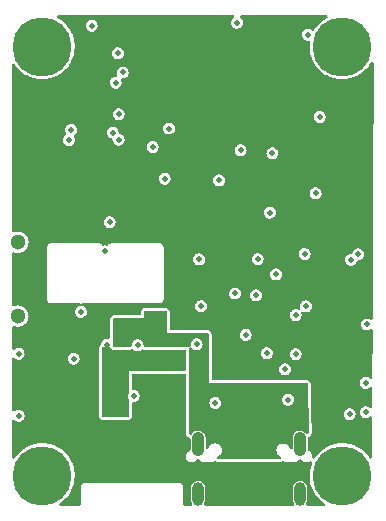
<source format=gbr>
%TF.GenerationSoftware,KiCad,Pcbnew,(6.0.1)*%
%TF.CreationDate,2022-09-11T15:04:47+02:00*%
%TF.ProjectId,trick-tracker,74726963-6b2d-4747-9261-636b65722e6b,rev?*%
%TF.SameCoordinates,Original*%
%TF.FileFunction,Copper,L3,Inr*%
%TF.FilePolarity,Positive*%
%FSLAX46Y46*%
G04 Gerber Fmt 4.6, Leading zero omitted, Abs format (unit mm)*
G04 Created by KiCad (PCBNEW (6.0.1)) date 2022-09-11 15:04:47*
%MOMM*%
%LPD*%
G01*
G04 APERTURE LIST*
%TA.AperFunction,ComponentPad*%
%ADD10O,1.050000X2.100000*%
%TD*%
%TA.AperFunction,ComponentPad*%
%ADD11O,1.000000X2.000000*%
%TD*%
%TA.AperFunction,ComponentPad*%
%ADD12C,0.800000*%
%TD*%
%TA.AperFunction,ComponentPad*%
%ADD13C,5.000000*%
%TD*%
%TA.AperFunction,ComponentPad*%
%ADD14C,1.300000*%
%TD*%
%TA.AperFunction,ViaPad*%
%ADD15C,0.500000*%
%TD*%
%TA.AperFunction,ViaPad*%
%ADD16C,0.800000*%
%TD*%
G04 APERTURE END LIST*
D10*
%TO.N,unconnected-(J1-PadS1)*%
%TO.C,J1*%
X146048000Y-131583000D03*
D11*
%TO.N,unconnected-(J1-PadS2)*%
X146048000Y-135763000D03*
%TO.N,unconnected-(J1-PadS3)*%
X154688000Y-135763000D03*
D10*
%TO.N,unconnected-(J1-PadS4)*%
X154688000Y-131583000D03*
%TD*%
D12*
%TO.N,N/C*%
%TO.C,H1*%
X134717000Y-134239000D03*
X131516175Y-135564825D03*
X131516175Y-132913175D03*
X132842000Y-132364000D03*
X132842000Y-136114000D03*
X134167825Y-132913175D03*
D13*
X132842000Y-134239000D03*
D12*
X134167825Y-135564825D03*
X130967000Y-134239000D03*
%TD*%
%TO.N,N/C*%
%TO.C,H2*%
X156916175Y-135564825D03*
X159567825Y-135564825D03*
X158242000Y-136114000D03*
D13*
X158242000Y-134239000D03*
D12*
X159567825Y-132913175D03*
X158242000Y-132364000D03*
X160117000Y-134239000D03*
X156916175Y-132913175D03*
X156367000Y-134239000D03*
%TD*%
D14*
%TO.N,unconnected-(S3-PadMH1)*%
%TO.C,S3*%
X130782000Y-114477000D03*
%TO.N,unconnected-(S3-PadMH2)*%
X130782000Y-120727000D03*
%TD*%
D12*
%TO.N,N/C*%
%TO.C,H3*%
X132842000Y-99792000D03*
X134167825Y-96591175D03*
X130967000Y-97917000D03*
X134717000Y-97917000D03*
D13*
X132842000Y-97917000D03*
D12*
X132842000Y-96042000D03*
X131516175Y-96591175D03*
X134167825Y-99242825D03*
X131516175Y-99242825D03*
%TD*%
%TO.N,N/C*%
%TO.C,H4*%
X160117000Y-97917000D03*
X159567825Y-99242825D03*
X156367000Y-97917000D03*
X159567825Y-96591175D03*
X158242000Y-99792000D03*
D13*
X158242000Y-97917000D03*
D12*
X158242000Y-96042000D03*
X156916175Y-99242825D03*
X156916175Y-96591175D03*
%TD*%
D15*
%TO.N,+3V3*%
X157224200Y-108581000D03*
X149352000Y-123825000D03*
X152654000Y-123956066D03*
X156083000Y-100584000D03*
X152781000Y-98171000D03*
X151003000Y-123825000D03*
X148717000Y-108873300D03*
X155074992Y-122053603D03*
X148550800Y-121968000D03*
X147098400Y-108666100D03*
X133850500Y-107577000D03*
X142406400Y-107240400D03*
X151892000Y-96012000D03*
X138296600Y-120894500D03*
%TO.N,GND*%
X149159200Y-118815800D03*
X155067000Y-115474300D03*
X153670000Y-127805400D03*
X151091800Y-115904300D03*
X135096000Y-105822900D03*
X155194000Y-119888000D03*
X140925100Y-123206600D03*
X154305000Y-120650000D03*
X140589000Y-127494498D03*
X146134600Y-115914800D03*
X135509000Y-124333000D03*
X130849000Y-123911200D03*
X160235000Y-128876900D03*
X155988000Y-110343700D03*
X156337000Y-103873000D03*
X138176000Y-115255500D03*
X149645200Y-106687200D03*
X147511000Y-128086100D03*
X149352000Y-95885000D03*
X137033000Y-96139000D03*
X143588900Y-104852300D03*
X142202500Y-106413000D03*
X155321000Y-96901000D03*
X159004000Y-115951000D03*
X158877000Y-129032000D03*
X152654000Y-117195600D03*
X160235000Y-126392400D03*
X130849000Y-129159000D03*
X160347100Y-121441200D03*
%TO.N,/VBUS*%
X140893300Y-121107700D03*
X151638000Y-132207000D03*
X151003000Y-132207000D03*
D16*
X149479000Y-127889000D03*
D15*
X149733000Y-132207000D03*
X159588200Y-115510600D03*
X142869245Y-121805622D03*
X149098000Y-132207000D03*
X140258300Y-121107700D03*
X150368000Y-132207000D03*
X141528300Y-121107700D03*
X152781000Y-128080600D03*
%TO.N,/VBAT*%
X140925100Y-123907000D03*
X138303000Y-123163400D03*
%TO.N,/SCL*%
X135301700Y-104971500D03*
%TO.N,/SDA*%
X138815800Y-105188900D03*
%TO.N,/IO0*%
X139319000Y-105791000D03*
X138557000Y-112776000D03*
X139319000Y-103632000D03*
%TO.N,/PRESS_INT*%
X150938900Y-118965000D03*
%TO.N,/BTN*%
X153416000Y-125222000D03*
X151860340Y-123880433D03*
X154305000Y-123956066D03*
%TO.N,/Tx*%
X139663400Y-100103700D03*
%TO.N,/Rx*%
X139065000Y-100965000D03*
%TO.N,/BAT_SENS*%
X152341800Y-106949900D03*
%TO.N,Net-(D4-Pad2)*%
X152137200Y-111967600D03*
%TO.N,/SD_DETECT*%
X146300000Y-119884000D03*
X145923000Y-123119000D03*
%TO.N,/ESP_EN*%
X139250633Y-98482800D03*
X150075556Y-122329268D03*
X136123500Y-120372000D03*
%TO.N,/BMX_INT2*%
X147828000Y-109220000D03*
%TO.N,/BMX_INT1*%
X143214100Y-109092900D03*
%TD*%
%TA.AperFunction,Conductor*%
%TO.N,+3V3*%
G36*
X149045196Y-95270002D02*
G01*
X149091689Y-95323658D01*
X149101793Y-95393932D01*
X149072299Y-95458512D01*
X149044310Y-95482562D01*
X149029256Y-95492060D01*
X149029252Y-95492063D01*
X149021661Y-95496853D01*
X148925999Y-95605170D01*
X148922185Y-95613293D01*
X148922184Y-95613295D01*
X148905404Y-95649035D01*
X148864583Y-95735982D01*
X148863203Y-95744846D01*
X148863202Y-95744849D01*
X148844589Y-95864395D01*
X148842350Y-95878773D01*
X148843514Y-95887675D01*
X148843514Y-95887678D01*
X148857673Y-95995948D01*
X148861088Y-96022065D01*
X148919289Y-96154339D01*
X149012276Y-96264960D01*
X149019747Y-96269933D01*
X149019748Y-96269934D01*
X149125101Y-96340063D01*
X149125103Y-96340064D01*
X149132574Y-96345037D01*
X149141138Y-96347713D01*
X149141141Y-96347714D01*
X149201542Y-96366585D01*
X149270510Y-96388132D01*
X149414998Y-96390780D01*
X149449261Y-96381439D01*
X149545763Y-96355130D01*
X149545765Y-96355129D01*
X149554422Y-96352769D01*
X149677572Y-96277154D01*
X149774551Y-96170014D01*
X149837560Y-96039962D01*
X149861536Y-95897453D01*
X149861688Y-95885000D01*
X149851347Y-95812796D01*
X149842474Y-95750835D01*
X149842473Y-95750833D01*
X149841201Y-95741948D01*
X149781388Y-95610395D01*
X149775530Y-95603596D01*
X149775527Y-95603592D01*
X149692916Y-95507718D01*
X149692913Y-95507716D01*
X149687056Y-95500918D01*
X149657454Y-95481731D01*
X149611171Y-95427896D01*
X149601341Y-95357583D01*
X149631085Y-95293117D01*
X149690961Y-95254967D01*
X149725988Y-95250000D01*
X156879217Y-95250000D01*
X156947338Y-95270002D01*
X156993831Y-95323658D01*
X157003935Y-95393932D01*
X156974441Y-95458512D01*
X156943640Y-95484285D01*
X156690911Y-95634642D01*
X156687910Y-95636957D01*
X156687906Y-95636960D01*
X156548062Y-95744849D01*
X156427950Y-95837515D01*
X156425249Y-95840174D01*
X156425242Y-95840180D01*
X156193974Y-96067845D01*
X156191266Y-96070511D01*
X156188902Y-96073478D01*
X156188899Y-96073481D01*
X155986652Y-96327285D01*
X155984287Y-96330253D01*
X155872202Y-96512090D01*
X155870662Y-96514588D01*
X155817890Y-96562081D01*
X155747819Y-96573505D01*
X155682695Y-96545231D01*
X155667950Y-96530721D01*
X155661917Y-96523719D01*
X155661914Y-96523716D01*
X155656056Y-96516918D01*
X155534790Y-96438317D01*
X155486965Y-96424014D01*
X155404938Y-96399482D01*
X155404936Y-96399482D01*
X155396337Y-96396910D01*
X155387363Y-96396855D01*
X155387361Y-96396855D01*
X155324082Y-96396469D01*
X155251827Y-96396028D01*
X155243196Y-96398495D01*
X155243194Y-96398495D01*
X155121509Y-96433272D01*
X155121505Y-96433274D01*
X155112879Y-96435739D01*
X155105292Y-96440526D01*
X155105290Y-96440527D01*
X155060628Y-96468707D01*
X154990661Y-96512853D01*
X154984718Y-96519582D01*
X154984717Y-96519583D01*
X154974498Y-96531154D01*
X154894999Y-96621170D01*
X154891185Y-96629293D01*
X154891184Y-96629295D01*
X154883914Y-96644780D01*
X154833583Y-96751982D01*
X154811350Y-96894773D01*
X154812514Y-96903675D01*
X154812514Y-96903678D01*
X154828924Y-97029164D01*
X154830088Y-97038065D01*
X154888289Y-97170339D01*
X154981276Y-97280960D01*
X154988747Y-97285933D01*
X154988748Y-97285934D01*
X155094101Y-97356063D01*
X155094103Y-97356064D01*
X155101574Y-97361037D01*
X155110138Y-97363713D01*
X155110141Y-97363714D01*
X155170542Y-97382585D01*
X155239510Y-97404132D01*
X155383998Y-97406780D01*
X155383931Y-97410414D01*
X155436971Y-97419097D01*
X155489711Y-97466626D01*
X155508383Y-97535123D01*
X155506871Y-97549262D01*
X155507289Y-97549317D01*
X155506792Y-97553091D01*
X155506073Y-97556808D01*
X155505806Y-97560584D01*
X155505805Y-97560589D01*
X155482884Y-97884314D01*
X155482616Y-97888103D01*
X155482805Y-97891895D01*
X155498213Y-98201392D01*
X155499130Y-98219816D01*
X155499771Y-98223547D01*
X155499772Y-98223555D01*
X155547283Y-98500047D01*
X155555375Y-98547142D01*
X155556463Y-98550781D01*
X155556464Y-98550784D01*
X155647711Y-98855890D01*
X155650537Y-98865341D01*
X155652050Y-98868812D01*
X155652052Y-98868818D01*
X155702000Y-98983417D01*
X155783236Y-99169803D01*
X155785159Y-99173074D01*
X155785161Y-99173078D01*
X155949629Y-99452847D01*
X155949633Y-99452853D01*
X155951552Y-99456117D01*
X155953853Y-99459132D01*
X156149548Y-99715553D01*
X156153046Y-99720137D01*
X156155694Y-99722856D01*
X156155699Y-99722861D01*
X156379381Y-99952477D01*
X156384798Y-99958038D01*
X156387742Y-99960409D01*
X156387745Y-99960412D01*
X156458810Y-100017652D01*
X156643453Y-100166374D01*
X156646681Y-100168387D01*
X156831692Y-100283770D01*
X156925264Y-100342127D01*
X157226147Y-100482751D01*
X157277969Y-100499739D01*
X157525606Y-100580918D01*
X157541746Y-100586209D01*
X157867488Y-100651003D01*
X157871261Y-100651290D01*
X157871268Y-100651291D01*
X158194878Y-100675908D01*
X158194883Y-100675908D01*
X158198655Y-100676195D01*
X158530450Y-100661418D01*
X158858067Y-100606888D01*
X158861701Y-100605822D01*
X158861705Y-100605821D01*
X159005154Y-100563737D01*
X159176759Y-100513393D01*
X159197396Y-100504527D01*
X159451467Y-100395370D01*
X159481912Y-100382290D01*
X159769103Y-100215475D01*
X160034175Y-100015367D01*
X160273286Y-99784863D01*
X160323764Y-99722861D01*
X160480582Y-99530239D01*
X160480583Y-99530238D01*
X160482973Y-99527302D01*
X160503623Y-99494574D01*
X160658176Y-99249623D01*
X160658179Y-99249617D01*
X160660199Y-99246416D01*
X160662885Y-99240747D01*
X160663329Y-99240248D01*
X160663651Y-99239663D01*
X160663785Y-99239737D01*
X160710121Y-99187747D01*
X160778514Y-99168698D01*
X160846349Y-99189649D01*
X160892088Y-99243949D01*
X160902754Y-99295121D01*
X160867144Y-109599960D01*
X160828057Y-120911125D01*
X160828025Y-120920279D01*
X160807788Y-120988331D01*
X160753972Y-121034638D01*
X160683663Y-121044499D01*
X160633494Y-121025577D01*
X160560890Y-120978517D01*
X160544021Y-120973472D01*
X160431038Y-120939682D01*
X160431036Y-120939682D01*
X160422437Y-120937110D01*
X160413463Y-120937055D01*
X160413461Y-120937055D01*
X160350182Y-120936669D01*
X160277927Y-120936228D01*
X160269296Y-120938695D01*
X160269294Y-120938695D01*
X160147609Y-120973472D01*
X160147605Y-120973474D01*
X160138979Y-120975939D01*
X160131392Y-120980726D01*
X160131390Y-120980727D01*
X160034035Y-121042154D01*
X160016761Y-121053053D01*
X159921099Y-121161370D01*
X159859683Y-121292182D01*
X159858303Y-121301046D01*
X159858302Y-121301049D01*
X159841843Y-121406760D01*
X159837450Y-121434973D01*
X159838614Y-121443875D01*
X159838614Y-121443878D01*
X159847867Y-121514635D01*
X159856188Y-121578265D01*
X159914389Y-121710539D01*
X159920163Y-121717408D01*
X159984546Y-121794000D01*
X160007376Y-121821160D01*
X160014847Y-121826133D01*
X160014848Y-121826134D01*
X160120201Y-121896263D01*
X160120203Y-121896264D01*
X160127674Y-121901237D01*
X160136238Y-121903913D01*
X160136241Y-121903914D01*
X160189784Y-121920642D01*
X160265610Y-121944332D01*
X160410098Y-121946980D01*
X160434589Y-121940303D01*
X160540863Y-121911330D01*
X160540865Y-121911329D01*
X160549522Y-121908969D01*
X160610598Y-121871468D01*
X160632484Y-121858030D01*
X160701002Y-121839432D01*
X160768697Y-121860829D01*
X160814078Y-121915428D01*
X160824412Y-121965838D01*
X160810648Y-125948718D01*
X160790411Y-126016770D01*
X160736595Y-126063077D01*
X160666286Y-126072938D01*
X160601808Y-126043222D01*
X160589196Y-126030531D01*
X160570056Y-126008318D01*
X160448790Y-125929717D01*
X160431921Y-125924672D01*
X160318938Y-125890882D01*
X160318936Y-125890882D01*
X160310337Y-125888310D01*
X160301363Y-125888255D01*
X160301361Y-125888255D01*
X160238082Y-125887869D01*
X160165827Y-125887428D01*
X160157196Y-125889895D01*
X160157194Y-125889895D01*
X160035509Y-125924672D01*
X160035505Y-125924674D01*
X160026879Y-125927139D01*
X159904661Y-126004253D01*
X159898718Y-126010982D01*
X159898717Y-126010983D01*
X159844001Y-126072938D01*
X159808999Y-126112570D01*
X159805185Y-126120693D01*
X159805184Y-126120695D01*
X159794168Y-126144158D01*
X159747583Y-126243382D01*
X159746203Y-126252246D01*
X159746202Y-126252249D01*
X159728508Y-126365892D01*
X159725350Y-126386173D01*
X159726514Y-126395075D01*
X159726514Y-126395078D01*
X159742924Y-126520564D01*
X159744088Y-126529465D01*
X159802289Y-126661739D01*
X159895276Y-126772360D01*
X159902747Y-126777333D01*
X159902748Y-126777334D01*
X160008101Y-126847463D01*
X160008103Y-126847464D01*
X160015574Y-126852437D01*
X160024138Y-126855113D01*
X160024141Y-126855114D01*
X160084542Y-126873985D01*
X160153510Y-126895532D01*
X160297998Y-126898180D01*
X160317530Y-126892855D01*
X160428763Y-126862530D01*
X160428765Y-126862529D01*
X160437422Y-126860169D01*
X160560572Y-126784554D01*
X160588157Y-126754079D01*
X160648701Y-126716998D01*
X160719681Y-126718536D01*
X160778562Y-126758205D01*
X160806649Y-126823409D01*
X160807571Y-126839067D01*
X160805306Y-127494498D01*
X160802096Y-128423293D01*
X160781859Y-128491345D01*
X160728043Y-128537652D01*
X160657734Y-128547513D01*
X160593256Y-128517797D01*
X160580644Y-128505106D01*
X160575915Y-128499618D01*
X160570056Y-128492818D01*
X160509423Y-128453517D01*
X160456324Y-128419100D01*
X160456322Y-128419099D01*
X160448790Y-128414217D01*
X160431921Y-128409172D01*
X160318938Y-128375382D01*
X160318936Y-128375382D01*
X160310337Y-128372810D01*
X160301363Y-128372755D01*
X160301361Y-128372755D01*
X160238082Y-128372369D01*
X160165827Y-128371928D01*
X160157196Y-128374395D01*
X160157194Y-128374395D01*
X160035509Y-128409172D01*
X160035505Y-128409174D01*
X160026879Y-128411639D01*
X160019292Y-128416426D01*
X160019290Y-128416427D01*
X159912254Y-128483962D01*
X159904661Y-128488753D01*
X159898718Y-128495482D01*
X159898717Y-128495483D01*
X159879010Y-128517797D01*
X159808999Y-128597070D01*
X159805185Y-128605193D01*
X159805184Y-128605195D01*
X159787034Y-128643853D01*
X159747583Y-128727882D01*
X159746203Y-128736746D01*
X159746202Y-128736749D01*
X159739201Y-128781718D01*
X159725350Y-128870673D01*
X159726514Y-128879575D01*
X159726514Y-128879578D01*
X159742924Y-129005064D01*
X159744088Y-129013965D01*
X159802289Y-129146239D01*
X159895276Y-129256860D01*
X159902747Y-129261833D01*
X159902748Y-129261834D01*
X160008101Y-129331963D01*
X160008103Y-129331964D01*
X160015574Y-129336937D01*
X160024138Y-129339613D01*
X160024141Y-129339614D01*
X160084542Y-129358484D01*
X160153510Y-129380032D01*
X160297998Y-129382680D01*
X160332411Y-129373298D01*
X160428763Y-129347030D01*
X160428765Y-129347029D01*
X160437422Y-129344669D01*
X160560572Y-129269054D01*
X160579538Y-129248101D01*
X160640082Y-129211020D01*
X160711062Y-129212558D01*
X160769943Y-129252227D01*
X160798030Y-129317431D01*
X160798952Y-129333092D01*
X160787409Y-132673315D01*
X160767172Y-132741367D01*
X160713356Y-132787674D01*
X160643047Y-132797535D01*
X160578569Y-132767819D01*
X160553464Y-132737869D01*
X160516205Y-132675982D01*
X160513878Y-132672998D01*
X160513873Y-132672991D01*
X160314294Y-132417082D01*
X160314292Y-132417079D01*
X160311958Y-132414087D01*
X160077726Y-132178626D01*
X160056865Y-132162180D01*
X159819885Y-131975360D01*
X159816904Y-131973010D01*
X159533269Y-131800218D01*
X159412654Y-131745378D01*
X159234381Y-131664321D01*
X159234373Y-131664318D01*
X159230929Y-131662752D01*
X158914264Y-131562604D01*
X158769680Y-131535415D01*
X158591585Y-131501925D01*
X158591580Y-131501924D01*
X158587861Y-131501225D01*
X158256449Y-131479503D01*
X158252669Y-131479711D01*
X158252668Y-131479711D01*
X158157655Y-131484940D01*
X157924827Y-131497753D01*
X157921100Y-131498414D01*
X157921096Y-131498414D01*
X157662396Y-131544263D01*
X157597799Y-131555711D01*
X157594174Y-131556816D01*
X157594169Y-131556817D01*
X157347671Y-131631945D01*
X157280103Y-131652538D01*
X156976341Y-131786830D01*
X156690911Y-131956642D01*
X156427950Y-132159515D01*
X156425249Y-132162174D01*
X156425242Y-132162180D01*
X156193974Y-132389845D01*
X156191266Y-132392511D01*
X156188902Y-132395478D01*
X156188899Y-132395481D01*
X156090943Y-132518408D01*
X155984287Y-132652253D01*
X155982296Y-132655483D01*
X155931980Y-132737111D01*
X155879208Y-132784604D01*
X155809136Y-132796028D01*
X155744013Y-132767754D01*
X155704513Y-132708760D01*
X155698744Y-132673465D01*
X155695758Y-132521177D01*
X155695757Y-132521165D01*
X155695706Y-132518550D01*
X155691332Y-132476336D01*
X155684087Y-132438018D01*
X155683714Y-132436048D01*
X155683711Y-132436032D01*
X155683536Y-132435108D01*
X155680246Y-132420182D01*
X155637726Y-132330661D01*
X155595340Y-132273705D01*
X155565179Y-132239936D01*
X155519243Y-132211380D01*
X155486262Y-132190877D01*
X155486260Y-132190876D01*
X155481011Y-132187613D01*
X155414562Y-132162614D01*
X155405816Y-132160188D01*
X155345522Y-132122703D01*
X155315065Y-132058571D01*
X155313500Y-132038774D01*
X155313500Y-131068675D01*
X155333502Y-131000554D01*
X155387158Y-130954061D01*
X155408122Y-130946645D01*
X155408611Y-130946519D01*
X155408616Y-130946517D01*
X155417344Y-130944273D01*
X155502488Y-130893553D01*
X155555222Y-130846018D01*
X155586019Y-130812824D01*
X155630225Y-130724123D01*
X155648888Y-130655623D01*
X155657772Y-130583876D01*
X155655869Y-130486802D01*
X155655869Y-130486801D01*
X155627221Y-129025773D01*
X158367350Y-129025773D01*
X158368514Y-129034675D01*
X158368514Y-129034678D01*
X158384001Y-129153108D01*
X158386088Y-129169065D01*
X158444289Y-129301339D01*
X158450063Y-129308208D01*
X158512664Y-129382680D01*
X158537276Y-129411960D01*
X158544747Y-129416933D01*
X158544748Y-129416934D01*
X158650101Y-129487063D01*
X158650103Y-129487064D01*
X158657574Y-129492037D01*
X158666138Y-129494713D01*
X158666141Y-129494714D01*
X158719716Y-129511452D01*
X158795510Y-129535132D01*
X158939998Y-129537780D01*
X158959530Y-129532455D01*
X159070763Y-129502130D01*
X159070765Y-129502129D01*
X159079422Y-129499769D01*
X159202572Y-129424154D01*
X159299551Y-129317014D01*
X159362560Y-129186962D01*
X159386536Y-129044453D01*
X159386688Y-129032000D01*
X159366201Y-128888948D01*
X159306388Y-128757395D01*
X159300530Y-128750596D01*
X159300527Y-128750592D01*
X159217916Y-128654718D01*
X159217913Y-128654716D01*
X159212056Y-128647918D01*
X159141669Y-128602295D01*
X159098324Y-128574200D01*
X159098322Y-128574199D01*
X159090790Y-128569317D01*
X159017884Y-128547513D01*
X158960938Y-128530482D01*
X158960936Y-128530482D01*
X158952337Y-128527910D01*
X158943363Y-128527855D01*
X158943361Y-128527855D01*
X158880082Y-128527469D01*
X158807827Y-128527028D01*
X158799196Y-128529495D01*
X158799194Y-128529495D01*
X158677509Y-128564272D01*
X158677505Y-128564274D01*
X158668879Y-128566739D01*
X158661292Y-128571526D01*
X158661290Y-128571527D01*
X158620807Y-128597070D01*
X158546661Y-128643853D01*
X158540718Y-128650582D01*
X158540717Y-128650583D01*
X158498375Y-128698527D01*
X158450999Y-128752170D01*
X158389583Y-128882982D01*
X158388203Y-128891846D01*
X158388202Y-128891849D01*
X158368880Y-129015948D01*
X158367350Y-129025773D01*
X155627221Y-129025773D01*
X155577373Y-126483551D01*
X155571076Y-126432109D01*
X155568472Y-126420680D01*
X155560055Y-126383732D01*
X155560051Y-126383716D01*
X155559714Y-126382237D01*
X155553062Y-126358445D01*
X155529270Y-126316665D01*
X155507084Y-126277702D01*
X155507081Y-126277698D01*
X155504021Y-126272324D01*
X155457528Y-126218668D01*
X155424944Y-126187227D01*
X155337127Y-126141291D01*
X155269006Y-126121289D01*
X155264547Y-126120648D01*
X155264543Y-126120647D01*
X155233226Y-126116145D01*
X155197446Y-126111000D01*
X147319000Y-126111000D01*
X147250879Y-126090998D01*
X147204386Y-126037342D01*
X147193000Y-125985000D01*
X147193000Y-125215773D01*
X152906350Y-125215773D01*
X152907514Y-125224675D01*
X152907514Y-125224678D01*
X152923924Y-125350164D01*
X152925088Y-125359065D01*
X152983289Y-125491339D01*
X153076276Y-125601960D01*
X153083747Y-125606933D01*
X153083748Y-125606934D01*
X153189101Y-125677063D01*
X153189103Y-125677064D01*
X153196574Y-125682037D01*
X153205138Y-125684713D01*
X153205141Y-125684714D01*
X153265542Y-125703584D01*
X153334510Y-125725132D01*
X153478998Y-125727780D01*
X153498530Y-125722455D01*
X153609763Y-125692130D01*
X153609765Y-125692129D01*
X153618422Y-125689769D01*
X153741572Y-125614154D01*
X153838551Y-125507014D01*
X153901560Y-125376962D01*
X153925536Y-125234453D01*
X153925688Y-125222000D01*
X153905201Y-125078948D01*
X153845388Y-124947395D01*
X153839530Y-124940596D01*
X153839527Y-124940592D01*
X153756916Y-124844718D01*
X153756913Y-124844716D01*
X153751056Y-124837918D01*
X153686497Y-124796073D01*
X153637324Y-124764200D01*
X153637322Y-124764199D01*
X153629790Y-124759317D01*
X153612921Y-124754272D01*
X153499938Y-124720482D01*
X153499936Y-124720482D01*
X153491337Y-124717910D01*
X153482363Y-124717855D01*
X153482361Y-124717855D01*
X153419082Y-124717469D01*
X153346827Y-124717028D01*
X153338196Y-124719495D01*
X153338194Y-124719495D01*
X153216509Y-124754272D01*
X153216505Y-124754274D01*
X153207879Y-124756739D01*
X153200292Y-124761526D01*
X153200290Y-124761527D01*
X153134354Y-124803130D01*
X153085661Y-124833853D01*
X152989999Y-124942170D01*
X152928583Y-125072982D01*
X152906350Y-125215773D01*
X147193000Y-125215773D01*
X147193000Y-123874206D01*
X151350690Y-123874206D01*
X151351854Y-123883108D01*
X151351854Y-123883111D01*
X151363023Y-123968519D01*
X151369428Y-124017498D01*
X151427629Y-124149772D01*
X151520616Y-124260393D01*
X151528087Y-124265366D01*
X151528088Y-124265367D01*
X151633441Y-124335496D01*
X151633443Y-124335497D01*
X151640914Y-124340470D01*
X151649478Y-124343146D01*
X151649481Y-124343147D01*
X151680750Y-124352916D01*
X151778850Y-124383565D01*
X151923338Y-124386213D01*
X151978270Y-124371237D01*
X152054103Y-124350563D01*
X152054105Y-124350562D01*
X152062762Y-124348202D01*
X152185912Y-124272587D01*
X152282891Y-124165447D01*
X152327079Y-124074243D01*
X152341985Y-124043476D01*
X152341985Y-124043475D01*
X152345900Y-124035395D01*
X152360294Y-123949839D01*
X153795350Y-123949839D01*
X153796514Y-123958741D01*
X153796514Y-123958744D01*
X153811618Y-124074243D01*
X153814088Y-124093131D01*
X153872289Y-124225405D01*
X153965276Y-124336026D01*
X153972747Y-124340999D01*
X153972748Y-124341000D01*
X154078101Y-124411129D01*
X154078103Y-124411130D01*
X154085574Y-124416103D01*
X154094138Y-124418779D01*
X154094141Y-124418780D01*
X154154542Y-124437650D01*
X154223510Y-124459198D01*
X154367998Y-124461846D01*
X154387530Y-124456521D01*
X154498763Y-124426196D01*
X154498765Y-124426195D01*
X154507422Y-124423835D01*
X154630572Y-124348220D01*
X154639950Y-124337860D01*
X154681577Y-124291871D01*
X154727551Y-124241080D01*
X154760970Y-124172103D01*
X154786645Y-124119109D01*
X154786645Y-124119108D01*
X154790560Y-124111028D01*
X154814536Y-123968519D01*
X154814688Y-123956066D01*
X154794201Y-123813014D01*
X154734388Y-123681461D01*
X154728530Y-123674662D01*
X154728527Y-123674658D01*
X154645916Y-123578784D01*
X154645913Y-123578782D01*
X154640056Y-123571984D01*
X154557178Y-123518265D01*
X154526324Y-123498266D01*
X154526322Y-123498265D01*
X154518790Y-123493383D01*
X154499102Y-123487495D01*
X154388938Y-123454548D01*
X154388936Y-123454548D01*
X154380337Y-123451976D01*
X154371363Y-123451921D01*
X154371361Y-123451921D01*
X154308082Y-123451535D01*
X154235827Y-123451094D01*
X154227196Y-123453561D01*
X154227194Y-123453561D01*
X154105509Y-123488338D01*
X154105505Y-123488340D01*
X154096879Y-123490805D01*
X154089292Y-123495592D01*
X154089290Y-123495593D01*
X153985151Y-123561300D01*
X153974661Y-123567919D01*
X153968718Y-123574648D01*
X153968717Y-123574649D01*
X153941181Y-123605828D01*
X153878999Y-123676236D01*
X153875185Y-123684359D01*
X153875184Y-123684361D01*
X153846119Y-123746268D01*
X153817583Y-123807048D01*
X153816203Y-123815912D01*
X153816202Y-123815915D01*
X153798681Y-123928447D01*
X153795350Y-123949839D01*
X152360294Y-123949839D01*
X152369876Y-123892886D01*
X152370028Y-123880433D01*
X152349541Y-123737381D01*
X152289728Y-123605828D01*
X152283870Y-123599029D01*
X152283867Y-123599025D01*
X152201256Y-123503151D01*
X152201253Y-123503149D01*
X152195396Y-123496351D01*
X152125007Y-123450727D01*
X152081664Y-123422633D01*
X152081662Y-123422632D01*
X152074130Y-123417750D01*
X152035604Y-123406228D01*
X151944278Y-123378915D01*
X151944276Y-123378915D01*
X151935677Y-123376343D01*
X151926703Y-123376288D01*
X151926701Y-123376288D01*
X151863422Y-123375902D01*
X151791167Y-123375461D01*
X151782536Y-123377928D01*
X151782534Y-123377928D01*
X151660849Y-123412705D01*
X151660845Y-123412707D01*
X151652219Y-123415172D01*
X151644632Y-123419959D01*
X151644630Y-123419960D01*
X151595286Y-123451094D01*
X151530001Y-123492286D01*
X151524058Y-123499015D01*
X151524057Y-123499016D01*
X151494591Y-123532380D01*
X151434339Y-123600603D01*
X151372923Y-123731415D01*
X151371543Y-123740279D01*
X151371542Y-123740282D01*
X151357743Y-123828910D01*
X151350690Y-123874206D01*
X147193000Y-123874206D01*
X147193000Y-122323041D01*
X149565906Y-122323041D01*
X149567070Y-122331943D01*
X149567070Y-122331946D01*
X149583480Y-122457432D01*
X149584644Y-122466333D01*
X149642845Y-122598607D01*
X149735832Y-122709228D01*
X149743303Y-122714201D01*
X149743304Y-122714202D01*
X149848657Y-122784331D01*
X149848659Y-122784332D01*
X149856130Y-122789305D01*
X149864694Y-122791981D01*
X149864697Y-122791982D01*
X149925098Y-122810852D01*
X149994066Y-122832400D01*
X150138554Y-122835048D01*
X150158086Y-122829723D01*
X150269319Y-122799398D01*
X150269321Y-122799397D01*
X150277978Y-122797037D01*
X150401128Y-122721422D01*
X150498107Y-122614282D01*
X150561116Y-122484230D01*
X150585092Y-122341721D01*
X150585244Y-122329268D01*
X150564757Y-122186216D01*
X150504944Y-122054663D01*
X150499086Y-122047864D01*
X150499083Y-122047860D01*
X150416472Y-121951986D01*
X150416469Y-121951984D01*
X150410612Y-121945186D01*
X150289346Y-121866585D01*
X150260741Y-121858030D01*
X150159494Y-121827750D01*
X150159492Y-121827750D01*
X150150893Y-121825178D01*
X150141919Y-121825123D01*
X150141917Y-121825123D01*
X150078638Y-121824737D01*
X150006383Y-121824296D01*
X149997752Y-121826763D01*
X149997750Y-121826763D01*
X149876065Y-121861540D01*
X149876061Y-121861542D01*
X149867435Y-121864007D01*
X149859848Y-121868794D01*
X149859846Y-121868795D01*
X149760372Y-121931559D01*
X149745217Y-121941121D01*
X149739274Y-121947850D01*
X149739273Y-121947851D01*
X149737118Y-121950291D01*
X149649555Y-122049438D01*
X149645741Y-122057561D01*
X149645740Y-122057563D01*
X149616080Y-122120737D01*
X149588139Y-122180250D01*
X149586759Y-122189114D01*
X149586758Y-122189117D01*
X149569494Y-122300000D01*
X149565906Y-122323041D01*
X147193000Y-122323041D01*
X147193000Y-122300000D01*
X147187196Y-122246010D01*
X147175810Y-122193668D01*
X147174562Y-122189117D01*
X147170701Y-122175046D01*
X147168616Y-122167445D01*
X147145403Y-122126680D01*
X147122638Y-122086702D01*
X147122635Y-122086698D01*
X147119575Y-122081324D01*
X147091946Y-122049438D01*
X147074922Y-122029791D01*
X147074917Y-122029786D01*
X147073082Y-122027668D01*
X147040498Y-121996227D01*
X146952681Y-121950291D01*
X146884560Y-121930289D01*
X146880101Y-121929648D01*
X146880097Y-121929647D01*
X146848780Y-121925144D01*
X146813000Y-121920000D01*
X143763000Y-121920000D01*
X143694879Y-121899998D01*
X143648386Y-121846342D01*
X143637000Y-121794000D01*
X143637000Y-120643773D01*
X153795350Y-120643773D01*
X153796514Y-120652675D01*
X153796514Y-120652678D01*
X153798471Y-120667642D01*
X153814088Y-120787065D01*
X153872289Y-120919339D01*
X153965276Y-121029960D01*
X153972747Y-121034933D01*
X153972748Y-121034934D01*
X154078101Y-121105063D01*
X154078103Y-121105064D01*
X154085574Y-121110037D01*
X154094138Y-121112713D01*
X154094141Y-121112714D01*
X154154542Y-121131584D01*
X154223510Y-121153132D01*
X154367998Y-121155780D01*
X154387530Y-121150455D01*
X154498763Y-121120130D01*
X154498765Y-121120129D01*
X154507422Y-121117769D01*
X154630572Y-121042154D01*
X154727551Y-120935014D01*
X154759055Y-120869988D01*
X154786645Y-120813043D01*
X154786645Y-120813042D01*
X154790560Y-120804962D01*
X154814536Y-120662453D01*
X154814688Y-120650000D01*
X154794201Y-120506948D01*
X154790487Y-120498780D01*
X154788002Y-120490280D01*
X154788082Y-120419284D01*
X154826534Y-120359601D01*
X154891148Y-120330181D01*
X154963184Y-120341194D01*
X154967100Y-120343062D01*
X154974574Y-120348037D01*
X155112510Y-120391132D01*
X155256998Y-120393780D01*
X155266711Y-120391132D01*
X155387763Y-120358130D01*
X155387765Y-120358129D01*
X155396422Y-120355769D01*
X155519572Y-120280154D01*
X155616551Y-120173014D01*
X155679560Y-120042962D01*
X155703536Y-119900453D01*
X155703688Y-119888000D01*
X155683201Y-119744948D01*
X155623388Y-119613395D01*
X155617530Y-119606596D01*
X155617527Y-119606592D01*
X155534916Y-119510718D01*
X155534913Y-119510716D01*
X155529056Y-119503918D01*
X155407790Y-119425317D01*
X155377546Y-119416272D01*
X155277938Y-119386482D01*
X155277936Y-119386482D01*
X155269337Y-119383910D01*
X155260363Y-119383855D01*
X155260361Y-119383855D01*
X155197082Y-119383469D01*
X155124827Y-119383028D01*
X155116196Y-119385495D01*
X155116194Y-119385495D01*
X154994509Y-119420272D01*
X154994505Y-119420274D01*
X154985879Y-119422739D01*
X154978292Y-119427526D01*
X154978290Y-119427527D01*
X154877594Y-119491062D01*
X154863661Y-119499853D01*
X154857718Y-119506582D01*
X154857717Y-119506583D01*
X154838554Y-119528281D01*
X154767999Y-119608170D01*
X154764185Y-119616293D01*
X154764184Y-119616295D01*
X154760401Y-119624353D01*
X154706583Y-119738982D01*
X154705203Y-119747846D01*
X154705202Y-119747849D01*
X154686509Y-119867910D01*
X154684350Y-119881773D01*
X154685514Y-119890675D01*
X154685514Y-119890678D01*
X154701401Y-120012164D01*
X154703088Y-120025065D01*
X154706703Y-120033280D01*
X154706817Y-120033540D01*
X154706853Y-120033820D01*
X154709117Y-120041928D01*
X154707947Y-120042255D01*
X154715943Y-120103947D01*
X154685556Y-120168112D01*
X154625302Y-120205663D01*
X154554313Y-120204676D01*
X154534684Y-120195499D01*
X154534469Y-120195964D01*
X154526324Y-120192200D01*
X154518790Y-120187317D01*
X154466394Y-120171647D01*
X154388938Y-120148482D01*
X154388936Y-120148482D01*
X154380337Y-120145910D01*
X154371363Y-120145855D01*
X154371361Y-120145855D01*
X154308082Y-120145469D01*
X154235827Y-120145028D01*
X154227196Y-120147495D01*
X154227194Y-120147495D01*
X154105509Y-120182272D01*
X154105505Y-120182274D01*
X154096879Y-120184739D01*
X154089292Y-120189526D01*
X154089290Y-120189527D01*
X153984576Y-120255597D01*
X153974661Y-120261853D01*
X153968718Y-120268582D01*
X153968717Y-120268583D01*
X153962031Y-120276154D01*
X153878999Y-120370170D01*
X153875185Y-120378293D01*
X153875184Y-120378295D01*
X153865226Y-120399506D01*
X153817583Y-120500982D01*
X153816203Y-120509846D01*
X153816202Y-120509849D01*
X153797261Y-120631501D01*
X153795350Y-120643773D01*
X143637000Y-120643773D01*
X143637000Y-120395000D01*
X143636382Y-120389247D01*
X143631558Y-120344374D01*
X143631557Y-120344367D01*
X143631196Y-120341010D01*
X143627374Y-120323440D01*
X143620170Y-120290322D01*
X143620168Y-120290315D01*
X143619810Y-120288668D01*
X143612616Y-120262445D01*
X143588888Y-120220777D01*
X143566638Y-120181702D01*
X143566635Y-120181698D01*
X143563575Y-120176324D01*
X143527697Y-120134918D01*
X143518922Y-120124791D01*
X143518917Y-120124786D01*
X143517082Y-120122668D01*
X143484498Y-120091227D01*
X143396681Y-120045291D01*
X143328560Y-120025289D01*
X143324101Y-120024648D01*
X143324097Y-120024647D01*
X143292780Y-120020144D01*
X143257000Y-120015000D01*
X141604000Y-120015000D01*
X141600653Y-120015360D01*
X141600649Y-120015360D01*
X141553374Y-120020442D01*
X141553367Y-120020443D01*
X141550010Y-120020804D01*
X141546710Y-120021522D01*
X141546709Y-120021522D01*
X141499322Y-120031830D01*
X141499315Y-120031832D01*
X141497668Y-120032190D01*
X141471445Y-120039384D01*
X141442206Y-120056034D01*
X141390702Y-120085362D01*
X141390698Y-120085365D01*
X141385324Y-120088425D01*
X141380647Y-120092478D01*
X141348055Y-120120719D01*
X141331668Y-120134918D01*
X141300227Y-120167502D01*
X141254291Y-120255319D01*
X141234289Y-120323440D01*
X141233648Y-120327899D01*
X141233647Y-120327903D01*
X141230316Y-120351073D01*
X141224000Y-120395000D01*
X141224000Y-120510784D01*
X141203998Y-120578905D01*
X141150342Y-120625398D01*
X141080068Y-120635502D01*
X141061897Y-120631501D01*
X140977238Y-120606182D01*
X140977236Y-120606182D01*
X140968637Y-120603610D01*
X140959663Y-120603555D01*
X140959661Y-120603555D01*
X140896382Y-120603169D01*
X140824127Y-120602728D01*
X140815496Y-120605195D01*
X140815494Y-120605195D01*
X140685179Y-120642439D01*
X140684876Y-120641380D01*
X140644497Y-120650000D01*
X140507190Y-120650000D01*
X140471087Y-120644717D01*
X140342238Y-120606182D01*
X140342236Y-120606182D01*
X140333637Y-120603610D01*
X140324663Y-120603555D01*
X140324661Y-120603555D01*
X140261382Y-120603169D01*
X140189127Y-120602728D01*
X140180496Y-120605195D01*
X140180494Y-120605195D01*
X140050179Y-120642439D01*
X140049876Y-120641380D01*
X140009497Y-120650000D01*
X138937000Y-120650000D01*
X138933653Y-120650360D01*
X138933649Y-120650360D01*
X138886374Y-120655442D01*
X138886367Y-120655443D01*
X138883010Y-120655804D01*
X138879710Y-120656522D01*
X138879709Y-120656522D01*
X138832322Y-120666830D01*
X138832315Y-120666832D01*
X138830668Y-120667190D01*
X138804445Y-120674384D01*
X138763680Y-120697597D01*
X138723702Y-120720362D01*
X138723698Y-120720365D01*
X138718324Y-120723425D01*
X138664668Y-120769918D01*
X138633227Y-120802502D01*
X138587291Y-120890319D01*
X138567289Y-120958440D01*
X138566648Y-120962899D01*
X138566647Y-120962903D01*
X138562991Y-120988331D01*
X138557000Y-121030000D01*
X138557000Y-122543546D01*
X138536998Y-122611667D01*
X138483342Y-122658160D01*
X138413068Y-122668264D01*
X138394898Y-122664263D01*
X138378337Y-122659310D01*
X138369363Y-122659255D01*
X138369361Y-122659255D01*
X138306082Y-122658869D01*
X138233827Y-122658428D01*
X138225196Y-122660895D01*
X138225194Y-122660895D01*
X138103509Y-122695672D01*
X138103505Y-122695674D01*
X138094879Y-122698139D01*
X138087292Y-122702926D01*
X138087290Y-122702927D01*
X137980254Y-122770462D01*
X137972661Y-122775253D01*
X137966718Y-122781982D01*
X137966717Y-122781983D01*
X137957886Y-122791982D01*
X137876999Y-122883570D01*
X137815583Y-123014382D01*
X137814203Y-123023246D01*
X137814202Y-123023249D01*
X137798108Y-123126614D01*
X137764280Y-123194720D01*
X137744227Y-123215502D01*
X137698291Y-123303319D01*
X137678289Y-123371440D01*
X137668000Y-123443000D01*
X137668000Y-129160000D01*
X137668360Y-129163347D01*
X137668360Y-129163351D01*
X137669858Y-129177280D01*
X137673804Y-129213990D01*
X137674522Y-129217290D01*
X137674522Y-129217291D01*
X137684335Y-129262400D01*
X137685190Y-129266332D01*
X137692384Y-129292555D01*
X137709176Y-129322043D01*
X137738362Y-129373298D01*
X137738365Y-129373302D01*
X137741425Y-129378676D01*
X137754686Y-129393980D01*
X137784901Y-129428850D01*
X137787918Y-129432332D01*
X137820502Y-129463773D01*
X137908319Y-129509709D01*
X137976440Y-129529711D01*
X137980899Y-129530352D01*
X137980903Y-129530353D01*
X138002639Y-129533478D01*
X138048000Y-129540000D01*
X140082000Y-129540000D01*
X140085347Y-129539640D01*
X140085351Y-129539640D01*
X140132626Y-129534558D01*
X140132633Y-129534557D01*
X140135990Y-129534196D01*
X140139291Y-129533478D01*
X140186678Y-129523170D01*
X140186685Y-129523168D01*
X140188332Y-129522810D01*
X140214555Y-129515616D01*
X140264697Y-129487063D01*
X140295298Y-129469638D01*
X140295302Y-129469635D01*
X140300676Y-129466575D01*
X140336039Y-129435933D01*
X140352209Y-129421922D01*
X140352214Y-129421917D01*
X140354332Y-129420082D01*
X140385773Y-129387498D01*
X140431709Y-129299681D01*
X140451711Y-129231560D01*
X140462000Y-129160000D01*
X140462000Y-128125126D01*
X140482002Y-128057005D01*
X140535658Y-128010512D01*
X140590308Y-127999147D01*
X140651998Y-128000278D01*
X140661711Y-127997630D01*
X140782763Y-127964628D01*
X140782765Y-127964627D01*
X140791422Y-127962267D01*
X140914572Y-127886652D01*
X141011551Y-127779512D01*
X141074560Y-127649460D01*
X141098536Y-127506951D01*
X141098688Y-127494498D01*
X141078201Y-127351446D01*
X141018388Y-127219893D01*
X141012530Y-127213094D01*
X141012527Y-127213090D01*
X140929916Y-127117216D01*
X140929913Y-127117214D01*
X140924056Y-127110416D01*
X140802790Y-127031815D01*
X140794190Y-127029243D01*
X140672938Y-126992980D01*
X140672936Y-126992980D01*
X140664337Y-126990408D01*
X140655363Y-126990353D01*
X140655361Y-126990353D01*
X140587230Y-126989937D01*
X140519233Y-126969519D01*
X140473069Y-126915580D01*
X140462000Y-126863939D01*
X140462000Y-125729000D01*
X140482002Y-125660879D01*
X140535658Y-125614386D01*
X140588000Y-125603000D01*
X144908000Y-125603000D01*
X144976121Y-125623002D01*
X145022614Y-125676658D01*
X145034000Y-125729000D01*
X145034000Y-130651315D01*
X145037972Y-130696056D01*
X145045791Y-130739751D01*
X145049530Y-130757122D01*
X145092047Y-130846645D01*
X145134431Y-130903602D01*
X145164592Y-130937372D01*
X145172244Y-130942129D01*
X145172245Y-130942130D01*
X145179305Y-130946519D01*
X145248759Y-130989697D01*
X145254549Y-130991875D01*
X145254550Y-130991876D01*
X145312581Y-131013710D01*
X145312589Y-131013713D01*
X145315208Y-131014698D01*
X145317907Y-131015447D01*
X145317920Y-131015451D01*
X145330180Y-131018852D01*
X145390475Y-131056335D01*
X145420934Y-131120466D01*
X145422500Y-131140267D01*
X145422500Y-132025258D01*
X145402498Y-132093379D01*
X145348842Y-132139872D01*
X145325476Y-132147881D01*
X145290219Y-132156212D01*
X145290215Y-132156214D01*
X145281445Y-132158286D01*
X145273611Y-132162747D01*
X145200702Y-132204264D01*
X145200698Y-132204267D01*
X145195324Y-132207327D01*
X145141668Y-132253820D01*
X145110227Y-132286404D01*
X145064291Y-132374221D01*
X145044289Y-132442342D01*
X145034000Y-132513902D01*
X145034000Y-132716000D01*
X145034360Y-132719347D01*
X145034360Y-132719351D01*
X145038992Y-132762433D01*
X145039804Y-132769990D01*
X145040522Y-132773290D01*
X145040522Y-132773291D01*
X145044311Y-132790707D01*
X145051190Y-132822332D01*
X145058384Y-132848555D01*
X145062284Y-132855403D01*
X145104362Y-132929298D01*
X145104365Y-132929302D01*
X145107425Y-132934676D01*
X145153918Y-132988332D01*
X145186502Y-133019773D01*
X145274319Y-133065709D01*
X145342440Y-133085711D01*
X145346899Y-133086352D01*
X145346903Y-133086353D01*
X145378220Y-133090856D01*
X145414000Y-133096000D01*
X145603983Y-133096000D01*
X145624999Y-133095129D01*
X145631972Y-133094550D01*
X145639988Y-133093885D01*
X145639993Y-133093884D01*
X145645776Y-133093404D01*
X145651372Y-133091873D01*
X145651378Y-133091872D01*
X145726981Y-133071188D01*
X145735527Y-133068850D01*
X145799417Y-133037889D01*
X145838242Y-133014590D01*
X145844348Y-133007965D01*
X145844351Y-133007963D01*
X145901214Y-132946272D01*
X145901217Y-132946268D01*
X145905411Y-132941718D01*
X145941302Y-132882961D01*
X145993882Y-132835254D01*
X146063907Y-132823547D01*
X146129144Y-132851557D01*
X146158321Y-132886292D01*
X146182810Y-132929298D01*
X146182813Y-132929302D01*
X146185873Y-132934676D01*
X146232366Y-132988332D01*
X146264950Y-133019773D01*
X146352767Y-133065709D01*
X146420888Y-133085711D01*
X146425347Y-133086352D01*
X146425351Y-133086353D01*
X146456668Y-133090856D01*
X146492448Y-133096000D01*
X147173089Y-133096000D01*
X147231500Y-133089192D01*
X147235047Y-133088354D01*
X147235052Y-133088353D01*
X147285987Y-133076317D01*
X147285993Y-133076315D01*
X147287899Y-133075865D01*
X147318251Y-133066659D01*
X147402568Y-133014575D01*
X147402750Y-133014870D01*
X147465893Y-132990676D01*
X147535398Y-133005149D01*
X147549149Y-133013729D01*
X147555413Y-133019773D01*
X147643230Y-133065709D01*
X147711351Y-133085711D01*
X147715810Y-133086352D01*
X147715814Y-133086353D01*
X147747131Y-133090856D01*
X147782911Y-133096000D01*
X152953089Y-133096000D01*
X153011500Y-133089192D01*
X153015047Y-133088354D01*
X153015052Y-133088353D01*
X153065987Y-133076317D01*
X153065993Y-133076315D01*
X153067899Y-133075865D01*
X153098251Y-133066659D01*
X153182568Y-133014575D01*
X153182750Y-133014870D01*
X153245893Y-132990676D01*
X153315398Y-133005149D01*
X153329149Y-133013729D01*
X153335413Y-133019773D01*
X153423230Y-133065709D01*
X153491351Y-133085711D01*
X153495810Y-133086352D01*
X153495814Y-133086353D01*
X153527131Y-133090856D01*
X153562911Y-133096000D01*
X154243983Y-133096000D01*
X154264999Y-133095129D01*
X154271972Y-133094550D01*
X154279988Y-133093885D01*
X154279993Y-133093884D01*
X154285776Y-133093404D01*
X154291372Y-133091873D01*
X154291378Y-133091872D01*
X154366981Y-133071188D01*
X154375527Y-133068850D01*
X154439417Y-133037889D01*
X154478242Y-133014590D01*
X154484348Y-133007965D01*
X154484351Y-133007963D01*
X154541214Y-132946272D01*
X154541217Y-132946268D01*
X154545411Y-132941718D01*
X154581302Y-132882961D01*
X154633882Y-132835254D01*
X154703907Y-132823547D01*
X154769144Y-132851557D01*
X154798321Y-132886292D01*
X154822810Y-132929298D01*
X154822813Y-132929302D01*
X154825873Y-132934676D01*
X154872366Y-132988332D01*
X154904950Y-133019773D01*
X154992767Y-133065709D01*
X155060888Y-133085711D01*
X155065347Y-133086352D01*
X155065351Y-133086353D01*
X155096668Y-133090856D01*
X155132448Y-133096000D01*
X155319505Y-133096000D01*
X155323004Y-133095606D01*
X155323012Y-133095606D01*
X155344870Y-133093147D01*
X155375929Y-133089654D01*
X155379365Y-133088871D01*
X155379372Y-133088870D01*
X155428727Y-133077625D01*
X155428734Y-133077623D01*
X155430508Y-133077219D01*
X155432253Y-133076713D01*
X155432259Y-133076711D01*
X155451288Y-133071188D01*
X155459006Y-133068948D01*
X155465911Y-133064835D01*
X155465915Y-133064833D01*
X155508793Y-133039291D01*
X155577553Y-133021613D01*
X155644956Y-133043916D01*
X155689600Y-133099119D01*
X155697313Y-133169695D01*
X155687703Y-133200288D01*
X155670965Y-133236596D01*
X155569161Y-133552732D01*
X155506073Y-133878808D01*
X155505806Y-133882584D01*
X155505805Y-133882589D01*
X155482884Y-134206314D01*
X155482616Y-134210103D01*
X155499130Y-134541816D01*
X155499771Y-134545547D01*
X155499772Y-134545555D01*
X155550585Y-134841264D01*
X155555375Y-134869142D01*
X155556463Y-134872781D01*
X155556464Y-134872784D01*
X155643983Y-135165425D01*
X155650537Y-135187341D01*
X155783236Y-135491803D01*
X155785159Y-135495074D01*
X155785161Y-135495078D01*
X155949629Y-135774847D01*
X155949634Y-135774855D01*
X155951552Y-135778117D01*
X156153046Y-136042137D01*
X156155694Y-136044856D01*
X156155699Y-136044861D01*
X156382152Y-136277322D01*
X156384798Y-136280038D01*
X156387742Y-136282409D01*
X156387745Y-136282412D01*
X156458810Y-136339652D01*
X156643453Y-136488374D01*
X156735996Y-136546089D01*
X156783211Y-136599108D01*
X156794267Y-136669238D01*
X156765653Y-136734213D01*
X156706453Y-136773403D01*
X156669318Y-136779000D01*
X155304477Y-136779000D01*
X155236356Y-136758998D01*
X155189863Y-136705342D01*
X155179759Y-136635068D01*
X155204513Y-136576298D01*
X155207507Y-136572396D01*
X155207509Y-136572392D01*
X155212536Y-136565841D01*
X155273044Y-136419762D01*
X155288500Y-136302361D01*
X155288500Y-135223639D01*
X155273044Y-135106238D01*
X155212536Y-134960159D01*
X155116282Y-134834718D01*
X154990841Y-134738464D01*
X154844762Y-134677956D01*
X154688000Y-134657318D01*
X154531238Y-134677956D01*
X154385159Y-134738464D01*
X154259718Y-134834718D01*
X154163464Y-134960159D01*
X154102956Y-135106238D01*
X154087500Y-135223639D01*
X154087500Y-136302361D01*
X154102956Y-136419762D01*
X154163464Y-136565841D01*
X154168491Y-136572392D01*
X154168493Y-136572396D01*
X154171487Y-136576298D01*
X154197086Y-136642519D01*
X154182820Y-136712068D01*
X154133217Y-136762863D01*
X154071523Y-136779000D01*
X146664477Y-136779000D01*
X146596356Y-136758998D01*
X146549863Y-136705342D01*
X146539759Y-136635068D01*
X146564513Y-136576298D01*
X146567507Y-136572396D01*
X146567509Y-136572392D01*
X146572536Y-136565841D01*
X146633044Y-136419762D01*
X146648500Y-136302361D01*
X146648500Y-135223639D01*
X146633044Y-135106238D01*
X146572536Y-134960159D01*
X146476282Y-134834718D01*
X146350841Y-134738464D01*
X146204762Y-134677956D01*
X146048000Y-134657318D01*
X145891238Y-134677956D01*
X145745159Y-134738464D01*
X145619718Y-134834718D01*
X145523464Y-134960159D01*
X145462956Y-135106238D01*
X145447500Y-135223639D01*
X145447500Y-136302361D01*
X145462956Y-136419762D01*
X145523464Y-136565841D01*
X145528491Y-136572392D01*
X145528493Y-136572396D01*
X145531487Y-136576298D01*
X145557086Y-136642519D01*
X145542820Y-136712068D01*
X145493217Y-136762863D01*
X145431523Y-136779000D01*
X144906000Y-136779000D01*
X144837879Y-136758998D01*
X144791386Y-136705342D01*
X144780000Y-136653000D01*
X144780000Y-135165425D01*
X144782421Y-135140844D01*
X144782555Y-135140170D01*
X144784976Y-135128000D01*
X144775013Y-135077909D01*
X144765263Y-135028894D01*
X144758371Y-135018579D01*
X144758370Y-135018577D01*
X144716017Y-134955192D01*
X144709124Y-134944876D01*
X144625106Y-134888737D01*
X144526000Y-134869024D01*
X144513153Y-134871579D01*
X144488575Y-134874000D01*
X136435425Y-134874000D01*
X136410847Y-134871579D01*
X136398000Y-134869024D01*
X136298894Y-134888737D01*
X136214876Y-134944876D01*
X136158737Y-135028894D01*
X136148988Y-135077909D01*
X136139024Y-135128000D01*
X136141445Y-135140170D01*
X136141579Y-135140844D01*
X136144000Y-135165425D01*
X136144000Y-136653000D01*
X136123998Y-136721121D01*
X136070342Y-136767614D01*
X136018000Y-136779000D01*
X134421076Y-136779000D01*
X134352955Y-136758998D01*
X134306462Y-136705342D01*
X134296358Y-136635068D01*
X134325852Y-136570488D01*
X134357791Y-136544046D01*
X134365815Y-136539386D01*
X134365829Y-136539377D01*
X134369103Y-136537475D01*
X134634175Y-136337367D01*
X134873286Y-136106863D01*
X134923764Y-136044861D01*
X135080582Y-135852239D01*
X135080583Y-135852238D01*
X135082973Y-135849302D01*
X135084995Y-135846098D01*
X135258176Y-135571623D01*
X135258179Y-135571617D01*
X135260199Y-135568416D01*
X135402397Y-135268273D01*
X135507506Y-134953220D01*
X135574005Y-134627822D01*
X135600930Y-134296791D01*
X135601312Y-134260321D01*
X135601512Y-134241221D01*
X135601512Y-134241214D01*
X135601535Y-134239000D01*
X135581549Y-133907478D01*
X135580869Y-133903754D01*
X135522559Y-133584481D01*
X135522558Y-133584477D01*
X135521879Y-133580759D01*
X135513177Y-133552732D01*
X135424513Y-133267189D01*
X135423391Y-133263574D01*
X135412913Y-133240203D01*
X135333389Y-133062842D01*
X135287510Y-132960518D01*
X135116205Y-132675982D01*
X135113878Y-132672998D01*
X135113873Y-132672991D01*
X134914294Y-132417082D01*
X134914292Y-132417079D01*
X134911958Y-132414087D01*
X134677726Y-132178626D01*
X134656865Y-132162180D01*
X134419885Y-131975360D01*
X134416904Y-131973010D01*
X134133269Y-131800218D01*
X134012654Y-131745378D01*
X133834381Y-131664321D01*
X133834373Y-131664318D01*
X133830929Y-131662752D01*
X133514264Y-131562604D01*
X133369680Y-131535415D01*
X133191585Y-131501925D01*
X133191580Y-131501924D01*
X133187861Y-131501225D01*
X132856449Y-131479503D01*
X132852669Y-131479711D01*
X132852668Y-131479711D01*
X132757655Y-131484940D01*
X132524827Y-131497753D01*
X132521100Y-131498414D01*
X132521096Y-131498414D01*
X132262396Y-131544263D01*
X132197799Y-131555711D01*
X132194174Y-131556816D01*
X132194169Y-131556817D01*
X131947671Y-131631945D01*
X131880103Y-131652538D01*
X131576341Y-131786830D01*
X131290911Y-131956642D01*
X131027950Y-132159515D01*
X131025249Y-132162174D01*
X131025242Y-132162180D01*
X130793974Y-132389845D01*
X130791266Y-132392511D01*
X130788902Y-132395478D01*
X130788899Y-132395481D01*
X130690943Y-132518408D01*
X130584287Y-132652253D01*
X130582296Y-132655483D01*
X130535260Y-132731790D01*
X130482488Y-132779283D01*
X130412417Y-132790707D01*
X130347293Y-132762433D01*
X130307793Y-132703439D01*
X130302000Y-132665674D01*
X130302000Y-129633604D01*
X130322002Y-129565483D01*
X130375658Y-129518990D01*
X130445932Y-129508886D01*
X130508517Y-129538057D01*
X130509276Y-129538960D01*
X130516747Y-129543933D01*
X130516748Y-129543934D01*
X130622101Y-129614063D01*
X130622103Y-129614064D01*
X130629574Y-129619037D01*
X130638138Y-129621713D01*
X130638141Y-129621714D01*
X130676199Y-129633604D01*
X130767510Y-129662132D01*
X130911998Y-129664780D01*
X130931530Y-129659455D01*
X131042763Y-129629130D01*
X131042765Y-129629129D01*
X131051422Y-129626769D01*
X131174572Y-129551154D01*
X131189075Y-129535132D01*
X131212831Y-129508886D01*
X131271551Y-129444014D01*
X131334560Y-129313962D01*
X131358536Y-129171453D01*
X131358688Y-129159000D01*
X131341196Y-129036860D01*
X131339474Y-129024835D01*
X131339473Y-129024833D01*
X131338201Y-129015948D01*
X131278388Y-128884395D01*
X131272530Y-128877596D01*
X131272527Y-128877592D01*
X131189916Y-128781718D01*
X131189913Y-128781716D01*
X131184056Y-128774918D01*
X131111489Y-128727882D01*
X131070324Y-128701200D01*
X131070322Y-128701199D01*
X131062790Y-128696317D01*
X131022368Y-128684228D01*
X130932938Y-128657482D01*
X130932936Y-128657482D01*
X130924337Y-128654910D01*
X130915363Y-128654855D01*
X130915361Y-128654855D01*
X130852082Y-128654469D01*
X130779827Y-128654028D01*
X130771196Y-128656495D01*
X130771194Y-128656495D01*
X130649509Y-128691272D01*
X130649505Y-128691274D01*
X130640879Y-128693739D01*
X130633292Y-128698526D01*
X130633290Y-128698527D01*
X130526249Y-128766065D01*
X130526248Y-128766066D01*
X130518661Y-128770853D01*
X130512720Y-128777580D01*
X130509665Y-128780180D01*
X130444825Y-128809100D01*
X130374644Y-128798373D01*
X130321402Y-128751406D01*
X130302000Y-128684228D01*
X130302000Y-124385804D01*
X130322002Y-124317683D01*
X130375658Y-124271190D01*
X130445932Y-124261086D01*
X130508517Y-124290257D01*
X130509276Y-124291160D01*
X130516747Y-124296133D01*
X130516748Y-124296134D01*
X130622101Y-124366263D01*
X130622103Y-124366264D01*
X130629574Y-124371237D01*
X130638138Y-124373913D01*
X130638141Y-124373914D01*
X130669948Y-124383851D01*
X130767510Y-124414332D01*
X130911998Y-124416980D01*
X130931530Y-124411655D01*
X131042763Y-124381330D01*
X131042765Y-124381329D01*
X131051422Y-124378969D01*
X131136431Y-124326773D01*
X134999350Y-124326773D01*
X135000514Y-124335675D01*
X135000514Y-124335678D01*
X135012351Y-124426196D01*
X135018088Y-124470065D01*
X135076289Y-124602339D01*
X135169276Y-124712960D01*
X135176747Y-124717933D01*
X135176748Y-124717934D01*
X135282101Y-124788063D01*
X135282103Y-124788064D01*
X135289574Y-124793037D01*
X135298138Y-124795713D01*
X135298141Y-124795714D01*
X135358542Y-124814584D01*
X135427510Y-124836132D01*
X135571998Y-124838780D01*
X135607644Y-124829062D01*
X135702763Y-124803130D01*
X135702765Y-124803129D01*
X135711422Y-124800769D01*
X135834572Y-124725154D01*
X135931551Y-124618014D01*
X135994560Y-124487962D01*
X136018536Y-124345453D01*
X136018688Y-124333000D01*
X136005524Y-124241080D01*
X135999474Y-124198835D01*
X135999473Y-124198833D01*
X135998201Y-124189948D01*
X135938388Y-124058395D01*
X135932530Y-124051596D01*
X135932527Y-124051592D01*
X135849916Y-123955718D01*
X135849913Y-123955716D01*
X135844056Y-123948918D01*
X135778434Y-123906384D01*
X135730324Y-123875200D01*
X135730322Y-123875199D01*
X135722790Y-123870317D01*
X135705921Y-123865272D01*
X135592938Y-123831482D01*
X135592936Y-123831482D01*
X135584337Y-123828910D01*
X135575363Y-123828855D01*
X135575361Y-123828855D01*
X135512082Y-123828469D01*
X135439827Y-123828028D01*
X135431196Y-123830495D01*
X135431194Y-123830495D01*
X135309509Y-123865272D01*
X135309505Y-123865274D01*
X135300879Y-123867739D01*
X135293292Y-123872526D01*
X135293290Y-123872527D01*
X135212261Y-123923653D01*
X135178661Y-123944853D01*
X135082999Y-124053170D01*
X135021583Y-124183982D01*
X135020203Y-124192846D01*
X135020202Y-124192849D01*
X135004121Y-124296134D01*
X134999350Y-124326773D01*
X131136431Y-124326773D01*
X131174572Y-124303354D01*
X131271551Y-124196214D01*
X131334560Y-124066162D01*
X131358536Y-123923653D01*
X131358688Y-123911200D01*
X131345042Y-123815915D01*
X131339474Y-123777035D01*
X131339473Y-123777033D01*
X131338201Y-123768148D01*
X131278388Y-123636595D01*
X131272530Y-123629796D01*
X131272527Y-123629792D01*
X131189916Y-123533918D01*
X131189913Y-123533916D01*
X131184056Y-123527118D01*
X131062790Y-123448517D01*
X131022368Y-123436428D01*
X130932938Y-123409682D01*
X130932936Y-123409682D01*
X130924337Y-123407110D01*
X130915363Y-123407055D01*
X130915361Y-123407055D01*
X130852082Y-123406669D01*
X130779827Y-123406228D01*
X130771196Y-123408695D01*
X130771194Y-123408695D01*
X130649509Y-123443472D01*
X130649505Y-123443474D01*
X130640879Y-123445939D01*
X130633292Y-123450726D01*
X130633290Y-123450727D01*
X130526249Y-123518265D01*
X130526248Y-123518266D01*
X130518661Y-123523053D01*
X130512720Y-123529780D01*
X130509665Y-123532380D01*
X130444825Y-123561300D01*
X130374644Y-123550573D01*
X130321402Y-123503606D01*
X130302000Y-123436428D01*
X130302000Y-121697412D01*
X130322002Y-121629291D01*
X130375658Y-121582798D01*
X130445932Y-121572694D01*
X130479248Y-121582305D01*
X130494920Y-121589283D01*
X130494928Y-121589286D01*
X130500955Y-121591969D01*
X130593944Y-121611735D01*
X130680476Y-121630128D01*
X130680480Y-121630128D01*
X130686933Y-121631500D01*
X130877067Y-121631500D01*
X130883520Y-121630128D01*
X130883524Y-121630128D01*
X130970056Y-121611735D01*
X131063045Y-121591969D01*
X131113817Y-121569364D01*
X131230711Y-121517320D01*
X131230713Y-121517319D01*
X131236741Y-121514635D01*
X131390562Y-121402877D01*
X131517786Y-121261580D01*
X131612853Y-121096920D01*
X131671608Y-120916092D01*
X131676195Y-120872455D01*
X131690792Y-120733565D01*
X131691482Y-120727000D01*
X131682735Y-120643773D01*
X131672298Y-120544471D01*
X131672298Y-120544469D01*
X131671608Y-120537908D01*
X131612853Y-120357080D01*
X131607076Y-120347073D01*
X131568841Y-120280850D01*
X131517786Y-120192420D01*
X131510876Y-120184745D01*
X131394984Y-120056034D01*
X131394983Y-120056033D01*
X131390562Y-120051123D01*
X131236741Y-119939365D01*
X131230713Y-119936681D01*
X131230711Y-119936680D01*
X131069076Y-119864716D01*
X131069075Y-119864716D01*
X131063045Y-119862031D01*
X130968972Y-119842035D01*
X130883524Y-119823872D01*
X130883520Y-119823872D01*
X130877067Y-119822500D01*
X130686933Y-119822500D01*
X130680480Y-119823872D01*
X130680476Y-119823872D01*
X130595028Y-119842035D01*
X130500955Y-119862031D01*
X130494928Y-119864714D01*
X130494920Y-119864717D01*
X130479248Y-119871695D01*
X130408881Y-119881129D01*
X130344584Y-119851022D01*
X130306771Y-119790933D01*
X130302000Y-119756588D01*
X130302000Y-119254000D01*
X133223000Y-119254000D01*
X133223360Y-119257347D01*
X133223360Y-119257351D01*
X133226433Y-119285930D01*
X133228804Y-119307990D01*
X133229522Y-119311290D01*
X133229522Y-119311291D01*
X133239499Y-119357154D01*
X133240190Y-119360332D01*
X133247384Y-119386555D01*
X133264306Y-119416272D01*
X133293362Y-119467298D01*
X133293365Y-119467302D01*
X133296425Y-119472676D01*
X133315799Y-119495035D01*
X133333898Y-119515922D01*
X133342918Y-119526332D01*
X133375502Y-119557773D01*
X133463319Y-119603709D01*
X133531440Y-119623711D01*
X133535899Y-119624352D01*
X133535903Y-119624353D01*
X133557639Y-119627478D01*
X133603000Y-119634000D01*
X135970294Y-119634000D01*
X136038415Y-119654002D01*
X136084908Y-119707658D01*
X136095012Y-119777932D01*
X136065518Y-119842512D01*
X136004918Y-119881149D01*
X135924009Y-119904272D01*
X135924005Y-119904274D01*
X135915379Y-119906739D01*
X135907792Y-119911526D01*
X135907790Y-119911527D01*
X135863670Y-119939365D01*
X135793161Y-119983853D01*
X135787218Y-119990582D01*
X135787217Y-119990583D01*
X135740440Y-120043548D01*
X135697499Y-120092170D01*
X135693685Y-120100293D01*
X135693684Y-120100295D01*
X135672682Y-120145028D01*
X135636083Y-120222982D01*
X135634703Y-120231846D01*
X135634702Y-120231849D01*
X135615408Y-120355769D01*
X135613850Y-120365773D01*
X135615014Y-120374675D01*
X135615014Y-120374678D01*
X135630469Y-120492859D01*
X135632588Y-120509065D01*
X135690789Y-120641339D01*
X135696563Y-120648208D01*
X135712217Y-120666830D01*
X135783776Y-120751960D01*
X135791247Y-120756933D01*
X135791248Y-120756934D01*
X135896601Y-120827063D01*
X135896603Y-120827064D01*
X135904074Y-120832037D01*
X135912638Y-120834713D01*
X135912641Y-120834714D01*
X135973042Y-120853584D01*
X136042010Y-120875132D01*
X136186498Y-120877780D01*
X136206030Y-120872455D01*
X136317263Y-120842130D01*
X136317265Y-120842129D01*
X136325922Y-120839769D01*
X136449072Y-120764154D01*
X136546051Y-120657014D01*
X136609060Y-120526962D01*
X136633036Y-120384453D01*
X136633188Y-120372000D01*
X136619462Y-120276154D01*
X136613974Y-120237835D01*
X136613973Y-120237833D01*
X136612701Y-120228948D01*
X136552888Y-120097395D01*
X136547030Y-120090596D01*
X136547027Y-120090592D01*
X136464416Y-119994718D01*
X136464413Y-119994716D01*
X136458556Y-119987918D01*
X136337290Y-119909317D01*
X136241660Y-119880717D01*
X136237129Y-119877773D01*
X145790350Y-119877773D01*
X145791514Y-119886675D01*
X145791514Y-119886678D01*
X145800804Y-119957717D01*
X145809088Y-120021065D01*
X145867289Y-120153339D01*
X145873063Y-120160208D01*
X145954478Y-120257062D01*
X145960276Y-120263960D01*
X145967747Y-120268933D01*
X145967748Y-120268934D01*
X146073101Y-120339063D01*
X146073103Y-120339064D01*
X146080574Y-120344037D01*
X146089138Y-120346713D01*
X146089141Y-120346714D01*
X146121748Y-120356901D01*
X146218510Y-120387132D01*
X146362998Y-120389780D01*
X146382530Y-120384455D01*
X146493763Y-120354130D01*
X146493765Y-120354129D01*
X146502422Y-120351769D01*
X146625572Y-120276154D01*
X146722551Y-120169014D01*
X146781105Y-120048158D01*
X146781645Y-120047043D01*
X146781645Y-120047042D01*
X146785560Y-120038962D01*
X146809536Y-119896453D01*
X146809688Y-119884000D01*
X146789201Y-119740948D01*
X146729388Y-119609395D01*
X146723530Y-119602596D01*
X146723527Y-119602592D01*
X146640916Y-119506718D01*
X146640913Y-119506716D01*
X146635056Y-119499918D01*
X146535101Y-119435130D01*
X146521324Y-119426200D01*
X146521322Y-119426199D01*
X146513790Y-119421317D01*
X146439707Y-119399161D01*
X146383938Y-119382482D01*
X146383936Y-119382482D01*
X146375337Y-119379910D01*
X146366363Y-119379855D01*
X146366361Y-119379855D01*
X146303082Y-119379469D01*
X146230827Y-119379028D01*
X146222196Y-119381495D01*
X146222194Y-119381495D01*
X146100509Y-119416272D01*
X146100505Y-119416274D01*
X146091879Y-119418739D01*
X146084292Y-119423526D01*
X146084290Y-119423527D01*
X145992412Y-119481498D01*
X145969661Y-119495853D01*
X145963718Y-119502582D01*
X145963717Y-119502583D01*
X145892914Y-119582752D01*
X145873999Y-119604170D01*
X145870185Y-119612293D01*
X145870184Y-119612295D01*
X145864523Y-119624353D01*
X145812583Y-119734982D01*
X145811203Y-119743846D01*
X145811202Y-119743849D01*
X145791886Y-119867910D01*
X145790350Y-119877773D01*
X136237129Y-119877773D01*
X136182127Y-119842035D01*
X136152957Y-119777307D01*
X136163413Y-119707085D01*
X136210173Y-119653663D01*
X136277763Y-119634000D01*
X142749000Y-119634000D01*
X142752347Y-119633640D01*
X142752351Y-119633640D01*
X142799626Y-119628558D01*
X142799633Y-119628557D01*
X142802990Y-119628196D01*
X142806291Y-119627478D01*
X142853678Y-119617170D01*
X142853685Y-119617168D01*
X142855332Y-119616810D01*
X142857210Y-119616295D01*
X142867780Y-119613395D01*
X142881555Y-119609616D01*
X142922320Y-119586403D01*
X142962298Y-119563638D01*
X142962302Y-119563635D01*
X142967676Y-119560575D01*
X142994458Y-119537368D01*
X143019209Y-119515922D01*
X143019214Y-119515917D01*
X143021332Y-119514082D01*
X143052773Y-119481498D01*
X143098709Y-119393681D01*
X143118711Y-119325560D01*
X143119641Y-119319096D01*
X143124409Y-119285930D01*
X143129000Y-119254000D01*
X143129000Y-118809573D01*
X148649550Y-118809573D01*
X148650714Y-118818475D01*
X148650714Y-118818478D01*
X148667124Y-118943964D01*
X148668288Y-118952865D01*
X148726489Y-119085139D01*
X148819476Y-119195760D01*
X148826947Y-119200733D01*
X148826948Y-119200734D01*
X148932301Y-119270863D01*
X148932303Y-119270864D01*
X148939774Y-119275837D01*
X148948338Y-119278513D01*
X148948341Y-119278514D01*
X149008742Y-119297384D01*
X149077710Y-119318932D01*
X149222198Y-119321580D01*
X149259938Y-119311291D01*
X149352963Y-119285930D01*
X149352965Y-119285929D01*
X149361622Y-119283569D01*
X149484772Y-119207954D01*
X149581751Y-119100814D01*
X149644760Y-118970762D01*
X149646777Y-118958773D01*
X150429250Y-118958773D01*
X150430414Y-118967675D01*
X150430414Y-118967678D01*
X150444700Y-119076925D01*
X150447988Y-119102065D01*
X150506189Y-119234339D01*
X150511963Y-119241208D01*
X150582869Y-119325560D01*
X150599176Y-119344960D01*
X150606647Y-119349933D01*
X150606648Y-119349934D01*
X150712001Y-119420063D01*
X150712003Y-119420064D01*
X150719474Y-119425037D01*
X150728038Y-119427713D01*
X150728041Y-119427714D01*
X150788442Y-119446585D01*
X150857410Y-119468132D01*
X151001898Y-119470780D01*
X151021430Y-119465455D01*
X151132663Y-119435130D01*
X151132665Y-119435129D01*
X151141322Y-119432769D01*
X151264472Y-119357154D01*
X151361451Y-119250014D01*
X151424460Y-119119962D01*
X151448436Y-118977453D01*
X151448588Y-118965000D01*
X151428101Y-118821948D01*
X151422475Y-118809573D01*
X151372004Y-118698569D01*
X151368288Y-118690395D01*
X151362430Y-118683596D01*
X151362427Y-118683592D01*
X151279816Y-118587718D01*
X151279813Y-118587716D01*
X151273956Y-118580918D01*
X151204610Y-118535970D01*
X151160224Y-118507200D01*
X151160222Y-118507199D01*
X151152690Y-118502317D01*
X151135821Y-118497272D01*
X151022838Y-118463482D01*
X151022836Y-118463482D01*
X151014237Y-118460910D01*
X151005263Y-118460855D01*
X151005261Y-118460855D01*
X150941982Y-118460469D01*
X150869727Y-118460028D01*
X150861096Y-118462495D01*
X150861094Y-118462495D01*
X150739409Y-118497272D01*
X150739405Y-118497274D01*
X150730779Y-118499739D01*
X150723192Y-118504526D01*
X150723190Y-118504527D01*
X150675857Y-118534392D01*
X150608561Y-118576853D01*
X150512899Y-118685170D01*
X150451483Y-118815982D01*
X150450103Y-118824846D01*
X150450102Y-118824849D01*
X150431556Y-118943964D01*
X150429250Y-118958773D01*
X149646777Y-118958773D01*
X149668736Y-118828253D01*
X149668888Y-118815800D01*
X149651344Y-118693295D01*
X149649674Y-118681635D01*
X149649673Y-118681633D01*
X149648401Y-118672748D01*
X149588588Y-118541195D01*
X149582730Y-118534396D01*
X149582727Y-118534392D01*
X149500116Y-118438518D01*
X149500113Y-118438516D01*
X149494256Y-118431718D01*
X149372990Y-118353117D01*
X149356121Y-118348072D01*
X149243138Y-118314282D01*
X149243136Y-118314282D01*
X149234537Y-118311710D01*
X149225563Y-118311655D01*
X149225561Y-118311655D01*
X149162282Y-118311269D01*
X149090027Y-118310828D01*
X149081396Y-118313295D01*
X149081394Y-118313295D01*
X148959709Y-118348072D01*
X148959705Y-118348074D01*
X148951079Y-118350539D01*
X148828861Y-118427653D01*
X148822918Y-118434382D01*
X148822917Y-118434383D01*
X148798090Y-118462495D01*
X148733199Y-118535970D01*
X148729385Y-118544093D01*
X148729384Y-118544095D01*
X148712096Y-118580918D01*
X148671783Y-118666782D01*
X148670403Y-118675646D01*
X148670402Y-118675649D01*
X148666834Y-118698569D01*
X148649550Y-118809573D01*
X143129000Y-118809573D01*
X143129000Y-117189373D01*
X152144350Y-117189373D01*
X152145514Y-117198275D01*
X152145514Y-117198278D01*
X152161924Y-117323764D01*
X152163088Y-117332665D01*
X152221289Y-117464939D01*
X152314276Y-117575560D01*
X152321747Y-117580533D01*
X152321748Y-117580534D01*
X152427101Y-117650663D01*
X152427103Y-117650664D01*
X152434574Y-117655637D01*
X152443138Y-117658313D01*
X152443141Y-117658314D01*
X152503542Y-117677184D01*
X152572510Y-117698732D01*
X152716998Y-117701380D01*
X152736530Y-117696055D01*
X152847763Y-117665730D01*
X152847765Y-117665729D01*
X152856422Y-117663369D01*
X152979572Y-117587754D01*
X153076551Y-117480614D01*
X153139560Y-117350562D01*
X153163536Y-117208053D01*
X153163688Y-117195600D01*
X153143201Y-117052548D01*
X153083388Y-116920995D01*
X153077530Y-116914196D01*
X153077527Y-116914192D01*
X152994916Y-116818318D01*
X152994913Y-116818316D01*
X152989056Y-116811518D01*
X152867790Y-116732917D01*
X152850921Y-116727872D01*
X152737938Y-116694082D01*
X152737936Y-116694082D01*
X152729337Y-116691510D01*
X152720363Y-116691455D01*
X152720361Y-116691455D01*
X152657082Y-116691069D01*
X152584827Y-116690628D01*
X152576196Y-116693095D01*
X152576194Y-116693095D01*
X152454509Y-116727872D01*
X152454505Y-116727874D01*
X152445879Y-116730339D01*
X152323661Y-116807453D01*
X152227999Y-116915770D01*
X152166583Y-117046582D01*
X152144350Y-117189373D01*
X143129000Y-117189373D01*
X143129000Y-115908573D01*
X145624950Y-115908573D01*
X145626114Y-115917475D01*
X145626114Y-115917478D01*
X145633976Y-115977596D01*
X145643688Y-116051865D01*
X145701889Y-116184139D01*
X145794876Y-116294760D01*
X145802347Y-116299733D01*
X145802348Y-116299734D01*
X145907701Y-116369863D01*
X145907703Y-116369864D01*
X145915174Y-116374837D01*
X145923738Y-116377513D01*
X145923741Y-116377514D01*
X145984142Y-116396384D01*
X146053110Y-116417932D01*
X146197598Y-116420580D01*
X146221466Y-116414073D01*
X146328363Y-116384930D01*
X146328365Y-116384929D01*
X146337022Y-116382569D01*
X146460172Y-116306954D01*
X146557151Y-116199814D01*
X146598707Y-116114041D01*
X146616245Y-116077843D01*
X146616245Y-116077842D01*
X146620160Y-116069762D01*
X146644136Y-115927253D01*
X146644288Y-115914800D01*
X146641892Y-115898073D01*
X150582150Y-115898073D01*
X150583314Y-115906975D01*
X150583314Y-115906978D01*
X150592549Y-115977596D01*
X150600888Y-116041365D01*
X150659089Y-116173639D01*
X150752076Y-116284260D01*
X150759547Y-116289233D01*
X150759548Y-116289234D01*
X150864901Y-116359363D01*
X150864903Y-116359364D01*
X150872374Y-116364337D01*
X150880938Y-116367013D01*
X150880941Y-116367014D01*
X150914550Y-116377514D01*
X151010310Y-116407432D01*
X151154798Y-116410080D01*
X151164511Y-116407432D01*
X151285563Y-116374430D01*
X151285565Y-116374429D01*
X151294222Y-116372069D01*
X151417372Y-116296454D01*
X151514351Y-116189314D01*
X151577360Y-116059262D01*
X151601336Y-115916753D01*
X151601488Y-115904300D01*
X151585923Y-115795614D01*
X151582274Y-115770135D01*
X151582273Y-115770133D01*
X151581001Y-115761248D01*
X151576448Y-115751233D01*
X151568242Y-115733186D01*
X151521188Y-115629695D01*
X151515330Y-115622896D01*
X151515327Y-115622892D01*
X151432716Y-115527018D01*
X151432713Y-115527016D01*
X151426856Y-115520218D01*
X151360145Y-115476978D01*
X151346406Y-115468073D01*
X154557350Y-115468073D01*
X154558514Y-115476975D01*
X154558514Y-115476978D01*
X154569744Y-115562853D01*
X154576088Y-115611365D01*
X154634289Y-115743639D01*
X154640063Y-115750508D01*
X154651530Y-115764149D01*
X154727276Y-115854260D01*
X154734747Y-115859233D01*
X154734748Y-115859234D01*
X154840101Y-115929363D01*
X154840103Y-115929364D01*
X154847574Y-115934337D01*
X154856138Y-115937013D01*
X154856141Y-115937014D01*
X154916542Y-115955884D01*
X154985510Y-115977432D01*
X155129998Y-115980080D01*
X155153499Y-115973673D01*
X155259505Y-115944773D01*
X158494350Y-115944773D01*
X158495514Y-115953675D01*
X158495514Y-115953678D01*
X158511751Y-116077843D01*
X158513088Y-116088065D01*
X158571289Y-116220339D01*
X158577063Y-116227208D01*
X158635271Y-116296454D01*
X158664276Y-116330960D01*
X158671747Y-116335933D01*
X158671748Y-116335934D01*
X158777101Y-116406063D01*
X158777103Y-116406064D01*
X158784574Y-116411037D01*
X158793138Y-116413713D01*
X158793141Y-116413714D01*
X158853542Y-116432585D01*
X158922510Y-116454132D01*
X159066998Y-116456780D01*
X159086530Y-116451455D01*
X159197763Y-116421130D01*
X159197765Y-116421129D01*
X159206422Y-116418769D01*
X159329572Y-116343154D01*
X159426551Y-116236014D01*
X159489560Y-116105962D01*
X159490315Y-116101475D01*
X159528834Y-116044507D01*
X159594085Y-116016528D01*
X159611410Y-116015651D01*
X159642221Y-116016216D01*
X159642225Y-116016216D01*
X159651198Y-116016380D01*
X159662690Y-116013247D01*
X159781963Y-115980730D01*
X159781965Y-115980729D01*
X159790622Y-115978369D01*
X159913772Y-115902754D01*
X160010751Y-115795614D01*
X160042255Y-115730588D01*
X160069845Y-115673643D01*
X160069845Y-115673642D01*
X160073760Y-115665562D01*
X160097736Y-115523053D01*
X160097888Y-115510600D01*
X160083809Y-115412295D01*
X160078674Y-115376435D01*
X160078673Y-115376433D01*
X160077401Y-115367548D01*
X160017588Y-115235995D01*
X160011730Y-115229196D01*
X160011727Y-115229192D01*
X159929116Y-115133318D01*
X159929113Y-115133316D01*
X159923256Y-115126518D01*
X159801990Y-115047917D01*
X159696901Y-115016488D01*
X159672138Y-115009082D01*
X159672136Y-115009082D01*
X159663537Y-115006510D01*
X159654563Y-115006455D01*
X159654561Y-115006455D01*
X159591282Y-115006069D01*
X159519027Y-115005628D01*
X159510396Y-115008095D01*
X159510394Y-115008095D01*
X159388709Y-115042872D01*
X159388705Y-115042874D01*
X159380079Y-115045339D01*
X159372492Y-115050126D01*
X159372490Y-115050127D01*
X159298173Y-115097018D01*
X159257861Y-115122453D01*
X159251918Y-115129182D01*
X159251917Y-115129183D01*
X159227562Y-115156760D01*
X159162199Y-115230770D01*
X159158385Y-115238893D01*
X159158384Y-115238895D01*
X159119041Y-115322694D01*
X159100783Y-115361582D01*
X159100607Y-115361499D01*
X159064423Y-115416453D01*
X158999519Y-115445228D01*
X158982203Y-115446317D01*
X158966227Y-115446220D01*
X158934827Y-115446028D01*
X158926196Y-115448495D01*
X158926194Y-115448495D01*
X158804509Y-115483272D01*
X158804505Y-115483274D01*
X158795879Y-115485739D01*
X158788292Y-115490526D01*
X158788290Y-115490527D01*
X158720368Y-115533383D01*
X158673661Y-115562853D01*
X158667718Y-115569582D01*
X158667717Y-115569583D01*
X158619243Y-115624470D01*
X158577999Y-115671170D01*
X158516583Y-115801982D01*
X158515203Y-115810846D01*
X158515202Y-115810849D01*
X158497835Y-115922393D01*
X158494350Y-115944773D01*
X155259505Y-115944773D01*
X155260763Y-115944430D01*
X155260765Y-115944429D01*
X155269422Y-115942069D01*
X155392572Y-115866454D01*
X155489551Y-115759314D01*
X155521056Y-115694288D01*
X155548645Y-115637343D01*
X155548645Y-115637342D01*
X155552560Y-115629262D01*
X155576536Y-115486753D01*
X155576688Y-115474300D01*
X155563201Y-115380128D01*
X155557474Y-115340135D01*
X155557473Y-115340133D01*
X155556201Y-115331248D01*
X155496388Y-115199695D01*
X155490530Y-115192896D01*
X155490527Y-115192892D01*
X155407916Y-115097018D01*
X155407913Y-115097016D01*
X155402056Y-115090218D01*
X155332826Y-115045345D01*
X155288324Y-115016500D01*
X155288322Y-115016499D01*
X155280790Y-115011617D01*
X155272170Y-115009039D01*
X155150938Y-114972782D01*
X155150936Y-114972782D01*
X155142337Y-114970210D01*
X155133363Y-114970155D01*
X155133361Y-114970155D01*
X155070082Y-114969769D01*
X154997827Y-114969328D01*
X154989196Y-114971795D01*
X154989194Y-114971795D01*
X154867509Y-115006572D01*
X154867505Y-115006574D01*
X154858879Y-115009039D01*
X154851292Y-115013826D01*
X154851290Y-115013827D01*
X154789522Y-115052800D01*
X154736661Y-115086153D01*
X154730718Y-115092882D01*
X154730717Y-115092883D01*
X154674303Y-115156760D01*
X154640999Y-115194470D01*
X154637185Y-115202593D01*
X154637184Y-115202595D01*
X154617665Y-115244169D01*
X154579583Y-115325282D01*
X154578203Y-115334146D01*
X154578202Y-115334149D01*
X154560235Y-115449545D01*
X154557350Y-115468073D01*
X151346406Y-115468073D01*
X151313124Y-115446500D01*
X151313122Y-115446499D01*
X151305590Y-115441617D01*
X151221449Y-115416453D01*
X151175738Y-115402782D01*
X151175736Y-115402782D01*
X151167137Y-115400210D01*
X151158163Y-115400155D01*
X151158161Y-115400155D01*
X151094882Y-115399769D01*
X151022627Y-115399328D01*
X151013996Y-115401795D01*
X151013994Y-115401795D01*
X150892309Y-115436572D01*
X150892305Y-115436574D01*
X150883679Y-115439039D01*
X150876092Y-115443826D01*
X150876090Y-115443827D01*
X150800459Y-115491547D01*
X150761461Y-115516153D01*
X150755518Y-115522882D01*
X150755517Y-115522883D01*
X150746244Y-115533383D01*
X150665799Y-115624470D01*
X150661985Y-115632593D01*
X150661984Y-115632595D01*
X150654578Y-115648369D01*
X150604383Y-115755282D01*
X150603003Y-115764146D01*
X150603002Y-115764149D01*
X150588972Y-115854260D01*
X150582150Y-115898073D01*
X146641892Y-115898073D01*
X146623801Y-115771748D01*
X146614474Y-115751233D01*
X146607286Y-115735425D01*
X146563988Y-115640195D01*
X146558130Y-115633396D01*
X146558127Y-115633392D01*
X146475516Y-115537518D01*
X146475513Y-115537516D01*
X146469656Y-115530718D01*
X146373007Y-115468073D01*
X146355924Y-115457000D01*
X146355922Y-115456999D01*
X146348390Y-115452117D01*
X146329608Y-115446500D01*
X146218538Y-115413282D01*
X146218536Y-115413282D01*
X146209937Y-115410710D01*
X146200963Y-115410655D01*
X146200961Y-115410655D01*
X146137682Y-115410269D01*
X146065427Y-115409828D01*
X146056796Y-115412295D01*
X146056794Y-115412295D01*
X145935109Y-115447072D01*
X145935105Y-115447074D01*
X145926479Y-115449539D01*
X145918892Y-115454326D01*
X145918890Y-115454327D01*
X145822199Y-115515335D01*
X145804261Y-115526653D01*
X145798318Y-115533382D01*
X145798317Y-115533383D01*
X145737307Y-115602464D01*
X145708599Y-115634970D01*
X145647183Y-115765782D01*
X145645803Y-115774646D01*
X145645802Y-115774649D01*
X145626585Y-115898073D01*
X145624950Y-115908573D01*
X143129000Y-115908573D01*
X143129000Y-114934000D01*
X143123196Y-114880010D01*
X143119374Y-114862440D01*
X143112170Y-114829322D01*
X143112168Y-114829315D01*
X143111810Y-114827668D01*
X143104616Y-114801445D01*
X143077589Y-114753982D01*
X143058638Y-114720702D01*
X143058635Y-114720698D01*
X143055575Y-114715324D01*
X143018415Y-114672439D01*
X143010922Y-114663791D01*
X143010917Y-114663786D01*
X143009082Y-114661668D01*
X142976498Y-114630227D01*
X142888681Y-114584291D01*
X142820560Y-114564289D01*
X142816101Y-114563648D01*
X142816097Y-114563647D01*
X142784780Y-114559145D01*
X142749000Y-114554000D01*
X138722479Y-114554000D01*
X138720263Y-114554158D01*
X138720252Y-114554158D01*
X138688757Y-114556398D01*
X138688750Y-114556399D01*
X138686539Y-114556556D01*
X138684332Y-114556871D01*
X138684327Y-114556872D01*
X138657914Y-114560647D01*
X138657910Y-114560648D01*
X138651243Y-114561601D01*
X138550217Y-114599138D01*
X138544544Y-114602771D01*
X138544541Y-114602772D01*
X138492797Y-114635904D01*
X138492790Y-114635909D01*
X138490427Y-114637422D01*
X138488208Y-114639140D01*
X138488202Y-114639144D01*
X138461753Y-114659619D01*
X138454624Y-114665138D01*
X138419586Y-114713556D01*
X138363449Y-114757015D01*
X138292724Y-114763225D01*
X138281421Y-114760407D01*
X138251337Y-114751410D01*
X138242363Y-114751355D01*
X138242361Y-114751355D01*
X138179963Y-114750974D01*
X138106827Y-114750528D01*
X138071505Y-114760623D01*
X138000512Y-114760111D01*
X137941064Y-114721297D01*
X137938378Y-114717846D01*
X137936942Y-114715324D01*
X137899782Y-114672439D01*
X137892289Y-114663791D01*
X137892284Y-114663786D01*
X137890449Y-114661668D01*
X137857865Y-114630227D01*
X137770048Y-114584291D01*
X137701927Y-114564289D01*
X137697468Y-114563648D01*
X137697464Y-114563647D01*
X137666147Y-114559145D01*
X137630367Y-114554000D01*
X133603000Y-114554000D01*
X133599653Y-114554360D01*
X133599649Y-114554360D01*
X133552374Y-114559442D01*
X133552367Y-114559443D01*
X133549010Y-114559804D01*
X133545710Y-114560522D01*
X133545709Y-114560522D01*
X133498322Y-114570830D01*
X133498315Y-114570832D01*
X133496668Y-114571190D01*
X133470445Y-114578384D01*
X133438119Y-114596792D01*
X133389702Y-114624362D01*
X133389698Y-114624365D01*
X133384324Y-114627425D01*
X133357542Y-114650632D01*
X133339700Y-114666092D01*
X133330668Y-114673918D01*
X133299227Y-114706502D01*
X133253291Y-114794319D01*
X133233289Y-114862440D01*
X133223000Y-114934000D01*
X133223000Y-119254000D01*
X130302000Y-119254000D01*
X130302000Y-115447412D01*
X130322002Y-115379291D01*
X130375658Y-115332798D01*
X130445932Y-115322694D01*
X130479248Y-115332305D01*
X130494920Y-115339283D01*
X130494928Y-115339286D01*
X130500955Y-115341969D01*
X130582853Y-115359377D01*
X130680476Y-115380128D01*
X130680480Y-115380128D01*
X130686933Y-115381500D01*
X130877067Y-115381500D01*
X130883520Y-115380128D01*
X130883524Y-115380128D01*
X130981147Y-115359377D01*
X131063045Y-115341969D01*
X131100525Y-115325282D01*
X131230711Y-115267320D01*
X131230713Y-115267319D01*
X131236741Y-115264635D01*
X131390562Y-115152877D01*
X131446980Y-115090218D01*
X131513367Y-115016488D01*
X131513368Y-115016487D01*
X131517786Y-115011580D01*
X131601316Y-114866903D01*
X131609549Y-114852643D01*
X131609550Y-114852642D01*
X131612853Y-114846920D01*
X131671608Y-114666092D01*
X131675378Y-114630227D01*
X131690792Y-114483565D01*
X131691482Y-114477000D01*
X131671608Y-114287908D01*
X131612853Y-114107080D01*
X131517786Y-113942420D01*
X131390562Y-113801123D01*
X131236741Y-113689365D01*
X131230713Y-113686681D01*
X131230711Y-113686680D01*
X131069076Y-113614716D01*
X131069075Y-113614716D01*
X131063045Y-113612031D01*
X130970056Y-113592266D01*
X130883524Y-113573872D01*
X130883520Y-113573872D01*
X130877067Y-113572500D01*
X130686933Y-113572500D01*
X130680480Y-113573872D01*
X130680476Y-113573872D01*
X130593944Y-113592266D01*
X130500955Y-113612031D01*
X130494928Y-113614714D01*
X130494920Y-113614717D01*
X130479248Y-113621695D01*
X130408881Y-113631129D01*
X130344584Y-113601022D01*
X130306771Y-113540933D01*
X130302000Y-113506588D01*
X130302000Y-112769773D01*
X138047350Y-112769773D01*
X138048514Y-112778675D01*
X138048514Y-112778678D01*
X138064924Y-112904164D01*
X138066088Y-112913065D01*
X138124289Y-113045339D01*
X138217276Y-113155960D01*
X138224747Y-113160933D01*
X138224748Y-113160934D01*
X138330101Y-113231063D01*
X138330103Y-113231064D01*
X138337574Y-113236037D01*
X138346138Y-113238713D01*
X138346141Y-113238714D01*
X138406542Y-113257585D01*
X138475510Y-113279132D01*
X138619998Y-113281780D01*
X138639530Y-113276455D01*
X138750763Y-113246130D01*
X138750765Y-113246129D01*
X138759422Y-113243769D01*
X138882572Y-113168154D01*
X138979551Y-113061014D01*
X139042560Y-112930962D01*
X139066536Y-112788453D01*
X139066688Y-112776000D01*
X139046201Y-112632948D01*
X138986388Y-112501395D01*
X138980530Y-112494596D01*
X138980527Y-112494592D01*
X138897916Y-112398718D01*
X138897913Y-112398716D01*
X138892056Y-112391918D01*
X138770790Y-112313317D01*
X138753921Y-112308272D01*
X138640938Y-112274482D01*
X138640936Y-112274482D01*
X138632337Y-112271910D01*
X138623363Y-112271855D01*
X138623361Y-112271855D01*
X138560082Y-112271469D01*
X138487827Y-112271028D01*
X138479196Y-112273495D01*
X138479194Y-112273495D01*
X138357509Y-112308272D01*
X138357505Y-112308274D01*
X138348879Y-112310739D01*
X138341292Y-112315526D01*
X138341290Y-112315527D01*
X138290521Y-112347560D01*
X138226661Y-112387853D01*
X138130999Y-112496170D01*
X138069583Y-112626982D01*
X138047350Y-112769773D01*
X130302000Y-112769773D01*
X130302000Y-111961373D01*
X151627550Y-111961373D01*
X151628714Y-111970275D01*
X151628714Y-111970278D01*
X151645124Y-112095764D01*
X151646288Y-112104665D01*
X151704489Y-112236939D01*
X151797476Y-112347560D01*
X151804947Y-112352533D01*
X151804948Y-112352534D01*
X151910301Y-112422663D01*
X151910303Y-112422664D01*
X151917774Y-112427637D01*
X151926338Y-112430313D01*
X151926341Y-112430314D01*
X151986742Y-112449185D01*
X152055710Y-112470732D01*
X152200198Y-112473380D01*
X152219730Y-112468055D01*
X152330963Y-112437730D01*
X152330965Y-112437729D01*
X152339622Y-112435369D01*
X152462772Y-112359754D01*
X152559751Y-112252614D01*
X152622760Y-112122562D01*
X152646736Y-111980053D01*
X152646888Y-111967600D01*
X152626401Y-111824548D01*
X152566588Y-111692995D01*
X152560730Y-111686196D01*
X152560727Y-111686192D01*
X152478116Y-111590318D01*
X152478113Y-111590316D01*
X152472256Y-111583518D01*
X152350990Y-111504917D01*
X152334121Y-111499872D01*
X152221138Y-111466082D01*
X152221136Y-111466082D01*
X152212537Y-111463510D01*
X152203563Y-111463455D01*
X152203561Y-111463455D01*
X152140282Y-111463069D01*
X152068027Y-111462628D01*
X152059396Y-111465095D01*
X152059394Y-111465095D01*
X151937709Y-111499872D01*
X151937705Y-111499874D01*
X151929079Y-111502339D01*
X151806861Y-111579453D01*
X151711199Y-111687770D01*
X151649783Y-111818582D01*
X151627550Y-111961373D01*
X130302000Y-111961373D01*
X130302000Y-110337473D01*
X155478350Y-110337473D01*
X155479514Y-110346375D01*
X155479514Y-110346378D01*
X155495924Y-110471864D01*
X155497088Y-110480765D01*
X155555289Y-110613039D01*
X155648276Y-110723660D01*
X155655747Y-110728633D01*
X155655748Y-110728634D01*
X155761101Y-110798763D01*
X155761103Y-110798764D01*
X155768574Y-110803737D01*
X155777138Y-110806413D01*
X155777141Y-110806414D01*
X155837542Y-110825284D01*
X155906510Y-110846832D01*
X156050998Y-110849480D01*
X156070530Y-110844155D01*
X156181763Y-110813830D01*
X156181765Y-110813829D01*
X156190422Y-110811469D01*
X156313572Y-110735854D01*
X156410551Y-110628714D01*
X156473560Y-110498662D01*
X156497536Y-110356153D01*
X156497688Y-110343700D01*
X156477201Y-110200648D01*
X156417388Y-110069095D01*
X156411530Y-110062296D01*
X156411527Y-110062292D01*
X156328916Y-109966418D01*
X156328913Y-109966416D01*
X156323056Y-109959618D01*
X156201790Y-109881017D01*
X156184921Y-109875972D01*
X156071938Y-109842182D01*
X156071936Y-109842182D01*
X156063337Y-109839610D01*
X156054363Y-109839555D01*
X156054361Y-109839555D01*
X155991082Y-109839169D01*
X155918827Y-109838728D01*
X155910196Y-109841195D01*
X155910194Y-109841195D01*
X155788509Y-109875972D01*
X155788505Y-109875974D01*
X155779879Y-109878439D01*
X155657661Y-109955553D01*
X155561999Y-110063870D01*
X155500583Y-110194682D01*
X155478350Y-110337473D01*
X130302000Y-110337473D01*
X130302000Y-109086673D01*
X142704450Y-109086673D01*
X142705614Y-109095575D01*
X142705614Y-109095578D01*
X142719910Y-109204901D01*
X142723188Y-109229965D01*
X142781389Y-109362239D01*
X142874376Y-109472860D01*
X142881847Y-109477833D01*
X142881848Y-109477834D01*
X142987201Y-109547963D01*
X142987203Y-109547964D01*
X142994674Y-109552937D01*
X143003238Y-109555613D01*
X143003241Y-109555614D01*
X143063642Y-109574485D01*
X143132610Y-109596032D01*
X143277098Y-109598680D01*
X143297602Y-109593090D01*
X143407863Y-109563030D01*
X143407865Y-109563029D01*
X143416522Y-109560669D01*
X143539672Y-109485054D01*
X143636651Y-109377914D01*
X143699660Y-109247862D01*
X143705395Y-109213773D01*
X147318350Y-109213773D01*
X147319514Y-109222675D01*
X147319514Y-109222678D01*
X147323864Y-109255943D01*
X147337088Y-109357065D01*
X147395289Y-109489339D01*
X147488276Y-109599960D01*
X147495747Y-109604933D01*
X147495748Y-109604934D01*
X147601101Y-109675063D01*
X147601103Y-109675064D01*
X147608574Y-109680037D01*
X147617138Y-109682713D01*
X147617141Y-109682714D01*
X147677542Y-109701584D01*
X147746510Y-109723132D01*
X147890998Y-109725780D01*
X147910530Y-109720455D01*
X148021763Y-109690130D01*
X148021765Y-109690129D01*
X148030422Y-109687769D01*
X148153572Y-109612154D01*
X148165918Y-109598515D01*
X148244526Y-109511670D01*
X148250551Y-109505014D01*
X148313560Y-109374962D01*
X148337536Y-109232453D01*
X148337688Y-109220000D01*
X148317201Y-109076948D01*
X148257388Y-108945395D01*
X148251530Y-108938596D01*
X148251527Y-108938592D01*
X148168916Y-108842718D01*
X148168913Y-108842716D01*
X148163056Y-108835918D01*
X148041790Y-108757317D01*
X148024921Y-108752272D01*
X147911938Y-108718482D01*
X147911936Y-108718482D01*
X147903337Y-108715910D01*
X147894363Y-108715855D01*
X147894361Y-108715855D01*
X147831082Y-108715469D01*
X147758827Y-108715028D01*
X147750196Y-108717495D01*
X147750194Y-108717495D01*
X147628509Y-108752272D01*
X147628505Y-108752274D01*
X147619879Y-108754739D01*
X147497661Y-108831853D01*
X147401999Y-108940170D01*
X147398185Y-108948293D01*
X147398184Y-108948295D01*
X147368524Y-109011469D01*
X147340583Y-109070982D01*
X147339203Y-109079846D01*
X147339202Y-109079849D01*
X147336414Y-109097760D01*
X147318350Y-109213773D01*
X143705395Y-109213773D01*
X143723636Y-109105353D01*
X143723788Y-109092900D01*
X143703301Y-108949848D01*
X143643488Y-108818295D01*
X143637630Y-108811496D01*
X143637627Y-108811492D01*
X143555016Y-108715618D01*
X143555013Y-108715616D01*
X143549156Y-108708818D01*
X143427890Y-108630217D01*
X143411021Y-108625172D01*
X143298038Y-108591382D01*
X143298036Y-108591382D01*
X143289437Y-108588810D01*
X143280463Y-108588755D01*
X143280461Y-108588755D01*
X143217182Y-108588369D01*
X143144927Y-108587928D01*
X143136296Y-108590395D01*
X143136294Y-108590395D01*
X143014609Y-108625172D01*
X143014605Y-108625174D01*
X143005979Y-108627639D01*
X142883761Y-108704753D01*
X142877818Y-108711482D01*
X142877817Y-108711483D01*
X142871636Y-108718482D01*
X142788099Y-108813070D01*
X142784285Y-108821193D01*
X142784284Y-108821195D01*
X142774179Y-108842718D01*
X142726683Y-108943882D01*
X142725303Y-108952746D01*
X142725302Y-108952749D01*
X142725175Y-108953569D01*
X142704450Y-109086673D01*
X130302000Y-109086673D01*
X130302000Y-106406773D01*
X141692850Y-106406773D01*
X141694014Y-106415675D01*
X141694014Y-106415678D01*
X141698162Y-106447395D01*
X141711588Y-106550065D01*
X141769789Y-106682339D01*
X141862776Y-106792960D01*
X141870247Y-106797933D01*
X141870248Y-106797934D01*
X141975601Y-106868063D01*
X141975603Y-106868064D01*
X141983074Y-106873037D01*
X141991638Y-106875713D01*
X141991641Y-106875714D01*
X142052042Y-106894584D01*
X142121010Y-106916132D01*
X142265498Y-106918780D01*
X142285030Y-106913455D01*
X142396263Y-106883130D01*
X142396265Y-106883129D01*
X142404922Y-106880769D01*
X142528072Y-106805154D01*
X142539292Y-106792759D01*
X142619026Y-106704670D01*
X142625051Y-106698014D01*
X142633307Y-106680973D01*
X149135550Y-106680973D01*
X149136714Y-106689875D01*
X149136714Y-106689878D01*
X149149296Y-106786090D01*
X149154288Y-106824265D01*
X149212489Y-106956539D01*
X149305476Y-107067160D01*
X149312947Y-107072133D01*
X149312948Y-107072134D01*
X149418301Y-107142263D01*
X149418303Y-107142264D01*
X149425774Y-107147237D01*
X149434338Y-107149913D01*
X149434341Y-107149914D01*
X149494742Y-107168784D01*
X149563710Y-107190332D01*
X149708198Y-107192980D01*
X149727730Y-107187655D01*
X149838963Y-107157330D01*
X149838965Y-107157329D01*
X149847622Y-107154969D01*
X149970772Y-107079354D01*
X150067751Y-106972214D01*
X150081579Y-106943673D01*
X151832150Y-106943673D01*
X151833314Y-106952575D01*
X151833314Y-106952578D01*
X151847400Y-107060290D01*
X151850888Y-107086965D01*
X151909089Y-107219239D01*
X152002076Y-107329860D01*
X152009547Y-107334833D01*
X152009548Y-107334834D01*
X152114901Y-107404963D01*
X152114903Y-107404964D01*
X152122374Y-107409937D01*
X152130938Y-107412613D01*
X152130941Y-107412614D01*
X152191342Y-107431485D01*
X152260310Y-107453032D01*
X152404798Y-107455680D01*
X152424330Y-107450355D01*
X152535563Y-107420030D01*
X152535565Y-107420029D01*
X152544222Y-107417669D01*
X152667372Y-107342054D01*
X152764351Y-107234914D01*
X152827360Y-107104862D01*
X152851336Y-106962353D01*
X152851488Y-106949900D01*
X152837216Y-106850243D01*
X152832274Y-106815735D01*
X152832273Y-106815733D01*
X152831001Y-106806848D01*
X152827206Y-106798500D01*
X152784442Y-106704447D01*
X152771188Y-106675295D01*
X152765330Y-106668496D01*
X152765327Y-106668492D01*
X152682716Y-106572618D01*
X152682713Y-106572616D01*
X152676856Y-106565818D01*
X152555590Y-106487217D01*
X152538721Y-106482172D01*
X152425738Y-106448382D01*
X152425736Y-106448382D01*
X152417137Y-106445810D01*
X152408163Y-106445755D01*
X152408161Y-106445755D01*
X152344882Y-106445369D01*
X152272627Y-106444928D01*
X152263996Y-106447395D01*
X152263994Y-106447395D01*
X152142309Y-106482172D01*
X152142305Y-106482174D01*
X152133679Y-106484639D01*
X152126092Y-106489426D01*
X152126090Y-106489427D01*
X152039363Y-106544148D01*
X152011461Y-106561753D01*
X152005518Y-106568482D01*
X152005517Y-106568483D01*
X151934714Y-106648652D01*
X151915799Y-106670070D01*
X151911985Y-106678193D01*
X151911984Y-106678195D01*
X151902679Y-106698014D01*
X151854383Y-106800882D01*
X151853003Y-106809746D01*
X151853002Y-106809749D01*
X151836052Y-106918615D01*
X151832150Y-106943673D01*
X150081579Y-106943673D01*
X150112055Y-106880769D01*
X150126845Y-106850243D01*
X150126845Y-106850242D01*
X150130760Y-106842162D01*
X150154736Y-106699653D01*
X150154888Y-106687200D01*
X150137886Y-106568483D01*
X150135674Y-106553035D01*
X150135673Y-106553033D01*
X150134401Y-106544148D01*
X150074588Y-106412595D01*
X150068730Y-106405796D01*
X150068727Y-106405792D01*
X149986116Y-106309918D01*
X149986113Y-106309916D01*
X149980256Y-106303118D01*
X149899905Y-106251037D01*
X149866524Y-106229400D01*
X149866522Y-106229399D01*
X149858990Y-106224517D01*
X149842121Y-106219472D01*
X149729138Y-106185682D01*
X149729136Y-106185682D01*
X149720537Y-106183110D01*
X149711563Y-106183055D01*
X149711561Y-106183055D01*
X149648282Y-106182669D01*
X149576027Y-106182228D01*
X149567396Y-106184695D01*
X149567394Y-106184695D01*
X149445709Y-106219472D01*
X149445705Y-106219474D01*
X149437079Y-106221939D01*
X149429492Y-106226726D01*
X149429490Y-106226727D01*
X149340403Y-106282937D01*
X149314861Y-106299053D01*
X149219199Y-106407370D01*
X149215385Y-106415493D01*
X149215384Y-106415495D01*
X149201540Y-106444983D01*
X149157783Y-106538182D01*
X149156403Y-106547046D01*
X149156402Y-106547049D01*
X149137248Y-106670070D01*
X149135550Y-106680973D01*
X142633307Y-106680973D01*
X142688060Y-106567962D01*
X142712036Y-106425453D01*
X142712188Y-106413000D01*
X142699774Y-106326318D01*
X142692974Y-106278835D01*
X142692973Y-106278833D01*
X142691701Y-106269948D01*
X142631888Y-106138395D01*
X142626030Y-106131596D01*
X142626027Y-106131592D01*
X142543416Y-106035718D01*
X142543413Y-106035716D01*
X142537556Y-106028918D01*
X142416290Y-105950317D01*
X142372130Y-105937110D01*
X142286438Y-105911482D01*
X142286436Y-105911482D01*
X142277837Y-105908910D01*
X142268863Y-105908855D01*
X142268861Y-105908855D01*
X142205582Y-105908469D01*
X142133327Y-105908028D01*
X142124696Y-105910495D01*
X142124694Y-105910495D01*
X142003009Y-105945272D01*
X142003005Y-105945274D01*
X141994379Y-105947739D01*
X141986792Y-105952526D01*
X141986790Y-105952527D01*
X141946637Y-105977862D01*
X141872161Y-106024853D01*
X141776499Y-106133170D01*
X141772685Y-106141293D01*
X141772684Y-106141295D01*
X141752308Y-106184695D01*
X141715083Y-106263982D01*
X141713703Y-106272846D01*
X141713702Y-106272849D01*
X141705422Y-106326032D01*
X141692850Y-106406773D01*
X130302000Y-106406773D01*
X130302000Y-105816673D01*
X134586350Y-105816673D01*
X134587514Y-105825575D01*
X134587514Y-105825578D01*
X134601991Y-105936280D01*
X134605088Y-105959965D01*
X134663289Y-106092239D01*
X134756276Y-106202860D01*
X134763747Y-106207833D01*
X134763748Y-106207834D01*
X134869101Y-106277963D01*
X134869103Y-106277964D01*
X134876574Y-106282937D01*
X134885138Y-106285613D01*
X134885141Y-106285614D01*
X134928157Y-106299053D01*
X135014510Y-106326032D01*
X135158998Y-106328680D01*
X135178530Y-106323355D01*
X135289763Y-106293030D01*
X135289765Y-106293029D01*
X135298422Y-106290669D01*
X135421572Y-106215054D01*
X135518551Y-106107914D01*
X135559190Y-106024035D01*
X135577645Y-105985943D01*
X135577645Y-105985942D01*
X135581560Y-105977862D01*
X135605536Y-105835353D01*
X135605688Y-105822900D01*
X135585201Y-105679848D01*
X135528052Y-105554154D01*
X135518066Y-105483864D01*
X135547666Y-105419333D01*
X135576825Y-105394629D01*
X135619621Y-105368352D01*
X135619622Y-105368351D01*
X135627272Y-105363654D01*
X135724251Y-105256514D01*
X135760026Y-105182673D01*
X138306150Y-105182673D01*
X138307314Y-105191575D01*
X138307314Y-105191578D01*
X138315806Y-105256514D01*
X138324888Y-105325965D01*
X138383089Y-105458239D01*
X138476076Y-105568860D01*
X138483547Y-105573833D01*
X138483548Y-105573834D01*
X138588901Y-105643963D01*
X138588903Y-105643964D01*
X138596374Y-105648937D01*
X138604938Y-105651613D01*
X138604943Y-105651615D01*
X138722989Y-105688495D01*
X138782046Y-105727901D01*
X138810350Y-105792424D01*
X138828088Y-105928065D01*
X138886289Y-106060339D01*
X138892063Y-106067208D01*
X138941855Y-106126442D01*
X138979276Y-106170960D01*
X138986747Y-106175933D01*
X138986748Y-106175934D01*
X139092101Y-106246063D01*
X139092103Y-106246064D01*
X139099574Y-106251037D01*
X139108138Y-106253713D01*
X139108141Y-106253714D01*
X139160103Y-106269948D01*
X139237510Y-106294132D01*
X139381998Y-106296780D01*
X139422955Y-106285614D01*
X139512763Y-106261130D01*
X139512765Y-106261129D01*
X139521422Y-106258769D01*
X139644572Y-106183154D01*
X139741551Y-106076014D01*
X139789105Y-105977862D01*
X139800645Y-105954043D01*
X139800645Y-105954042D01*
X139804560Y-105945962D01*
X139828536Y-105803453D01*
X139828688Y-105791000D01*
X139814749Y-105693667D01*
X139809474Y-105656835D01*
X139809473Y-105656833D01*
X139808201Y-105647948D01*
X139748388Y-105516395D01*
X139742530Y-105509596D01*
X139742527Y-105509592D01*
X139659916Y-105413718D01*
X139659913Y-105413716D01*
X139654056Y-105406918D01*
X139587308Y-105363654D01*
X139540324Y-105333200D01*
X139540322Y-105333199D01*
X139532790Y-105328317D01*
X139505211Y-105320069D01*
X139414183Y-105292845D01*
X139354650Y-105254163D01*
X139325481Y-105189438D01*
X139325488Y-105188900D01*
X139324597Y-105182673D01*
X139306274Y-105054735D01*
X139306273Y-105054733D01*
X139305001Y-105045848D01*
X139245188Y-104914295D01*
X139239330Y-104907496D01*
X139239327Y-104907492D01*
X139186405Y-104846073D01*
X143079250Y-104846073D01*
X143080414Y-104854975D01*
X143080414Y-104854978D01*
X143095022Y-104966684D01*
X143097988Y-104989365D01*
X143156189Y-105121639D01*
X143249176Y-105232260D01*
X143256647Y-105237233D01*
X143256648Y-105237234D01*
X143362001Y-105307363D01*
X143362003Y-105307364D01*
X143369474Y-105312337D01*
X143378038Y-105315013D01*
X143378041Y-105315014D01*
X143436251Y-105333200D01*
X143507410Y-105355432D01*
X143651898Y-105358080D01*
X143671430Y-105352755D01*
X143782663Y-105322430D01*
X143782665Y-105322429D01*
X143791322Y-105320069D01*
X143914472Y-105244454D01*
X144011451Y-105137314D01*
X144054360Y-105048749D01*
X144070545Y-105015343D01*
X144070545Y-105015342D01*
X144074460Y-105007262D01*
X144098436Y-104864753D01*
X144098588Y-104852300D01*
X144078101Y-104709248D01*
X144072485Y-104696895D01*
X144023920Y-104590083D01*
X144018288Y-104577695D01*
X144012430Y-104570896D01*
X144012427Y-104570892D01*
X143929816Y-104475018D01*
X143929813Y-104475016D01*
X143923956Y-104468218D01*
X143802690Y-104389617D01*
X143765903Y-104378615D01*
X143672838Y-104350782D01*
X143672836Y-104350782D01*
X143664237Y-104348210D01*
X143655263Y-104348155D01*
X143655261Y-104348155D01*
X143591982Y-104347769D01*
X143519727Y-104347328D01*
X143511096Y-104349795D01*
X143511094Y-104349795D01*
X143389409Y-104384572D01*
X143389405Y-104384574D01*
X143380779Y-104387039D01*
X143258561Y-104464153D01*
X143162899Y-104572470D01*
X143159085Y-104580593D01*
X143159084Y-104580595D01*
X143152688Y-104594218D01*
X143101483Y-104703282D01*
X143100103Y-104712146D01*
X143100102Y-104712149D01*
X143081543Y-104831349D01*
X143079250Y-104846073D01*
X139186405Y-104846073D01*
X139156716Y-104811618D01*
X139156713Y-104811616D01*
X139150856Y-104804818D01*
X139029590Y-104726217D01*
X138972851Y-104709248D01*
X138899738Y-104687382D01*
X138899736Y-104687382D01*
X138891137Y-104684810D01*
X138882163Y-104684755D01*
X138882161Y-104684755D01*
X138818882Y-104684369D01*
X138746627Y-104683928D01*
X138737996Y-104686395D01*
X138737994Y-104686395D01*
X138616309Y-104721172D01*
X138616305Y-104721174D01*
X138607679Y-104723639D01*
X138485461Y-104800753D01*
X138479518Y-104807482D01*
X138479517Y-104807483D01*
X138428938Y-104864753D01*
X138389799Y-104909070D01*
X138328383Y-105039882D01*
X138327003Y-105048746D01*
X138327002Y-105048749D01*
X138313213Y-105137314D01*
X138306150Y-105182673D01*
X135760026Y-105182673D01*
X135787260Y-105126462D01*
X135811236Y-104983953D01*
X135811388Y-104971500D01*
X135796787Y-104869547D01*
X135792174Y-104837335D01*
X135792173Y-104837333D01*
X135790901Y-104828448D01*
X135731088Y-104696895D01*
X135725230Y-104690096D01*
X135725227Y-104690092D01*
X135642616Y-104594218D01*
X135642613Y-104594216D01*
X135636756Y-104587418D01*
X135515490Y-104508817D01*
X135498621Y-104503772D01*
X135385638Y-104469982D01*
X135385636Y-104469982D01*
X135377037Y-104467410D01*
X135368063Y-104467355D01*
X135368061Y-104467355D01*
X135304782Y-104466969D01*
X135232527Y-104466528D01*
X135223896Y-104468995D01*
X135223894Y-104468995D01*
X135102209Y-104503772D01*
X135102205Y-104503774D01*
X135093579Y-104506239D01*
X135085992Y-104511026D01*
X135085990Y-104511027D01*
X134991110Y-104570892D01*
X134971361Y-104583353D01*
X134875699Y-104691670D01*
X134871885Y-104699793D01*
X134871884Y-104699795D01*
X134857187Y-104731100D01*
X134814283Y-104822482D01*
X134812903Y-104831346D01*
X134812902Y-104831349D01*
X134798715Y-104922469D01*
X134792050Y-104965273D01*
X134793214Y-104974175D01*
X134793214Y-104974178D01*
X134802966Y-105048749D01*
X134810788Y-105108565D01*
X134839492Y-105173801D01*
X134868989Y-105240839D01*
X134865850Y-105242220D01*
X134880431Y-105294657D01*
X134859451Y-105362483D01*
X134821680Y-105399406D01*
X134773258Y-105429958D01*
X134773251Y-105429964D01*
X134765661Y-105434753D01*
X134669999Y-105543070D01*
X134666185Y-105551193D01*
X134666184Y-105551195D01*
X134655555Y-105573834D01*
X134608583Y-105673882D01*
X134607203Y-105682746D01*
X134607202Y-105682749D01*
X134589591Y-105795860D01*
X134586350Y-105816673D01*
X130302000Y-105816673D01*
X130302000Y-103625773D01*
X138809350Y-103625773D01*
X138810514Y-103634675D01*
X138810514Y-103634678D01*
X138822973Y-103729948D01*
X138828088Y-103769065D01*
X138886289Y-103901339D01*
X138979276Y-104011960D01*
X138986747Y-104016933D01*
X138986748Y-104016934D01*
X139092101Y-104087063D01*
X139092103Y-104087064D01*
X139099574Y-104092037D01*
X139108138Y-104094713D01*
X139108141Y-104094714D01*
X139168542Y-104113584D01*
X139237510Y-104135132D01*
X139381998Y-104137780D01*
X139401530Y-104132455D01*
X139512763Y-104102130D01*
X139512765Y-104102129D01*
X139521422Y-104099769D01*
X139644572Y-104024154D01*
X139741551Y-103917014D01*
X139765892Y-103866773D01*
X155827350Y-103866773D01*
X155828514Y-103875675D01*
X155828514Y-103875678D01*
X155830796Y-103893125D01*
X155846088Y-104010065D01*
X155904289Y-104142339D01*
X155997276Y-104252960D01*
X156004747Y-104257933D01*
X156004748Y-104257934D01*
X156110101Y-104328063D01*
X156110103Y-104328064D01*
X156117574Y-104333037D01*
X156126138Y-104335713D01*
X156126141Y-104335714D01*
X156171212Y-104349795D01*
X156255510Y-104376132D01*
X156399998Y-104378780D01*
X156419530Y-104373455D01*
X156530763Y-104343130D01*
X156530765Y-104343129D01*
X156539422Y-104340769D01*
X156662572Y-104265154D01*
X156759551Y-104158014D01*
X156822560Y-104027962D01*
X156846536Y-103885453D01*
X156846688Y-103873000D01*
X156836347Y-103800796D01*
X156827474Y-103738835D01*
X156827473Y-103738833D01*
X156826201Y-103729948D01*
X156766388Y-103598395D01*
X156760530Y-103591596D01*
X156760527Y-103591592D01*
X156677916Y-103495718D01*
X156677913Y-103495716D01*
X156672056Y-103488918D01*
X156550790Y-103410317D01*
X156533921Y-103405272D01*
X156420938Y-103371482D01*
X156420936Y-103371482D01*
X156412337Y-103368910D01*
X156403363Y-103368855D01*
X156403361Y-103368855D01*
X156340082Y-103368469D01*
X156267827Y-103368028D01*
X156259196Y-103370495D01*
X156259194Y-103370495D01*
X156137509Y-103405272D01*
X156137505Y-103405274D01*
X156128879Y-103407739D01*
X156006661Y-103484853D01*
X156000718Y-103491582D01*
X156000717Y-103491583D01*
X155929914Y-103571752D01*
X155910999Y-103593170D01*
X155907185Y-103601293D01*
X155907184Y-103601295D01*
X155889203Y-103639593D01*
X155849583Y-103723982D01*
X155848203Y-103732846D01*
X155848202Y-103732849D01*
X155838519Y-103795043D01*
X155827350Y-103866773D01*
X139765892Y-103866773D01*
X139804560Y-103786962D01*
X139828536Y-103644453D01*
X139828688Y-103632000D01*
X139808201Y-103488948D01*
X139748388Y-103357395D01*
X139742530Y-103350596D01*
X139742527Y-103350592D01*
X139659916Y-103254718D01*
X139659913Y-103254716D01*
X139654056Y-103247918D01*
X139532790Y-103169317D01*
X139515921Y-103164272D01*
X139402938Y-103130482D01*
X139402936Y-103130482D01*
X139394337Y-103127910D01*
X139385363Y-103127855D01*
X139385361Y-103127855D01*
X139322082Y-103127469D01*
X139249827Y-103127028D01*
X139241196Y-103129495D01*
X139241194Y-103129495D01*
X139119509Y-103164272D01*
X139119505Y-103164274D01*
X139110879Y-103166739D01*
X138988661Y-103243853D01*
X138892999Y-103352170D01*
X138889185Y-103360293D01*
X138889184Y-103360295D01*
X138859524Y-103423469D01*
X138831583Y-103482982D01*
X138830203Y-103491846D01*
X138830202Y-103491849D01*
X138813613Y-103598395D01*
X138809350Y-103625773D01*
X130302000Y-103625773D01*
X130302000Y-100958773D01*
X138555350Y-100958773D01*
X138556514Y-100967675D01*
X138556514Y-100967678D01*
X138572924Y-101093164D01*
X138574088Y-101102065D01*
X138632289Y-101234339D01*
X138725276Y-101344960D01*
X138732747Y-101349933D01*
X138732748Y-101349934D01*
X138838101Y-101420063D01*
X138838103Y-101420064D01*
X138845574Y-101425037D01*
X138854138Y-101427713D01*
X138854141Y-101427714D01*
X138914542Y-101446584D01*
X138983510Y-101468132D01*
X139127998Y-101470780D01*
X139147530Y-101465455D01*
X139258763Y-101435130D01*
X139258765Y-101435129D01*
X139267422Y-101432769D01*
X139390572Y-101357154D01*
X139487551Y-101250014D01*
X139550560Y-101119962D01*
X139574536Y-100977453D01*
X139574688Y-100965000D01*
X139554201Y-100821948D01*
X139537994Y-100786302D01*
X139528008Y-100716011D01*
X139557609Y-100651479D01*
X139617399Y-100613196D01*
X139655003Y-100608172D01*
X139717421Y-100609316D01*
X139717425Y-100609316D01*
X139726398Y-100609480D01*
X139735062Y-100607118D01*
X139857163Y-100573830D01*
X139857165Y-100573829D01*
X139865822Y-100571469D01*
X139988972Y-100495854D01*
X140085951Y-100388714D01*
X140117455Y-100323688D01*
X140145045Y-100266743D01*
X140145045Y-100266742D01*
X140148960Y-100258662D01*
X140172936Y-100116153D01*
X140173088Y-100103700D01*
X140152601Y-99960648D01*
X140092788Y-99829095D01*
X140086930Y-99822296D01*
X140086927Y-99822292D01*
X140004316Y-99726418D01*
X140004313Y-99726416D01*
X139998456Y-99719618D01*
X139877190Y-99641017D01*
X139860321Y-99635972D01*
X139747338Y-99602182D01*
X139747336Y-99602182D01*
X139738737Y-99599610D01*
X139729763Y-99599555D01*
X139729761Y-99599555D01*
X139666482Y-99599169D01*
X139594227Y-99598728D01*
X139585596Y-99601195D01*
X139585594Y-99601195D01*
X139463909Y-99635972D01*
X139463905Y-99635974D01*
X139455279Y-99638439D01*
X139333061Y-99715553D01*
X139237399Y-99823870D01*
X139175983Y-99954682D01*
X139174603Y-99963546D01*
X139174602Y-99963549D01*
X139166944Y-100012736D01*
X139153750Y-100097473D01*
X139154914Y-100106375D01*
X139154914Y-100106378D01*
X139162760Y-100166374D01*
X139172488Y-100240765D01*
X139176103Y-100248980D01*
X139191410Y-100283770D01*
X139200536Y-100354178D01*
X139170149Y-100418343D01*
X139109895Y-100455893D01*
X139075311Y-100460513D01*
X139049949Y-100460358D01*
X138995827Y-100460028D01*
X138987196Y-100462495D01*
X138987194Y-100462495D01*
X138865509Y-100497272D01*
X138865505Y-100497274D01*
X138856879Y-100499739D01*
X138849292Y-100504526D01*
X138849290Y-100504527D01*
X138750637Y-100566773D01*
X138734661Y-100576853D01*
X138728718Y-100583582D01*
X138728717Y-100583583D01*
X138708135Y-100606888D01*
X138638999Y-100685170D01*
X138577583Y-100815982D01*
X138555350Y-100958773D01*
X130302000Y-100958773D01*
X130302000Y-99494574D01*
X130322002Y-99426453D01*
X130375658Y-99379960D01*
X130445932Y-99369856D01*
X130510512Y-99399350D01*
X130536620Y-99430717D01*
X130551552Y-99456117D01*
X130553853Y-99459132D01*
X130749548Y-99715553D01*
X130753046Y-99720137D01*
X130755694Y-99722856D01*
X130755699Y-99722861D01*
X130979381Y-99952477D01*
X130984798Y-99958038D01*
X130987742Y-99960409D01*
X130987745Y-99960412D01*
X131058810Y-100017652D01*
X131243453Y-100166374D01*
X131246681Y-100168387D01*
X131431692Y-100283770D01*
X131525264Y-100342127D01*
X131826147Y-100482751D01*
X131877969Y-100499739D01*
X132125606Y-100580918D01*
X132141746Y-100586209D01*
X132467488Y-100651003D01*
X132471261Y-100651290D01*
X132471268Y-100651291D01*
X132794878Y-100675908D01*
X132794883Y-100675908D01*
X132798655Y-100676195D01*
X133130450Y-100661418D01*
X133458067Y-100606888D01*
X133461701Y-100605822D01*
X133461705Y-100605821D01*
X133605154Y-100563737D01*
X133776759Y-100513393D01*
X133797396Y-100504527D01*
X134051467Y-100395370D01*
X134081912Y-100382290D01*
X134369103Y-100215475D01*
X134634175Y-100015367D01*
X134873286Y-99784863D01*
X134923764Y-99722861D01*
X135080582Y-99530239D01*
X135080583Y-99530238D01*
X135082973Y-99527302D01*
X135103623Y-99494574D01*
X135258176Y-99249623D01*
X135258179Y-99249617D01*
X135260199Y-99246416D01*
X135402397Y-98946273D01*
X135507506Y-98631220D01*
X135539110Y-98476573D01*
X138740983Y-98476573D01*
X138742147Y-98485475D01*
X138742147Y-98485478D01*
X138749721Y-98543397D01*
X138759721Y-98619865D01*
X138817922Y-98752139D01*
X138910909Y-98862760D01*
X138918380Y-98867733D01*
X138918381Y-98867734D01*
X139023734Y-98937863D01*
X139023736Y-98937864D01*
X139031207Y-98942837D01*
X139039771Y-98945513D01*
X139039774Y-98945514D01*
X139100175Y-98964384D01*
X139169143Y-98985932D01*
X139313631Y-98988580D01*
X139333163Y-98983255D01*
X139444396Y-98952930D01*
X139444398Y-98952929D01*
X139453055Y-98950569D01*
X139576205Y-98874954D01*
X139673184Y-98767814D01*
X139736193Y-98637762D01*
X139760169Y-98495253D01*
X139760321Y-98482800D01*
X139739834Y-98339748D01*
X139680021Y-98208195D01*
X139674163Y-98201396D01*
X139674160Y-98201392D01*
X139591549Y-98105518D01*
X139591546Y-98105516D01*
X139585689Y-98098718D01*
X139464423Y-98020117D01*
X139447554Y-98015072D01*
X139334571Y-97981282D01*
X139334569Y-97981282D01*
X139325970Y-97978710D01*
X139316996Y-97978655D01*
X139316994Y-97978655D01*
X139253715Y-97978269D01*
X139181460Y-97977828D01*
X139172829Y-97980295D01*
X139172827Y-97980295D01*
X139051142Y-98015072D01*
X139051138Y-98015074D01*
X139042512Y-98017539D01*
X138920294Y-98094653D01*
X138824632Y-98202970D01*
X138763216Y-98333782D01*
X138740983Y-98476573D01*
X135539110Y-98476573D01*
X135574005Y-98305822D01*
X135600930Y-97974791D01*
X135601535Y-97917000D01*
X135581549Y-97585478D01*
X135580869Y-97581754D01*
X135522559Y-97262481D01*
X135522558Y-97262477D01*
X135521879Y-97258759D01*
X135423391Y-96941574D01*
X135287510Y-96638518D01*
X135116205Y-96353982D01*
X135113878Y-96350998D01*
X135113873Y-96350991D01*
X134943689Y-96132773D01*
X136523350Y-96132773D01*
X136524514Y-96141675D01*
X136524514Y-96141678D01*
X136527068Y-96161208D01*
X136542088Y-96276065D01*
X136600289Y-96408339D01*
X136693276Y-96518960D01*
X136700747Y-96523933D01*
X136700748Y-96523934D01*
X136806101Y-96594063D01*
X136806103Y-96594064D01*
X136813574Y-96599037D01*
X136822138Y-96601713D01*
X136822141Y-96601714D01*
X136862881Y-96614442D01*
X136951510Y-96642132D01*
X137095998Y-96644780D01*
X137118967Y-96638518D01*
X137226763Y-96609130D01*
X137226765Y-96609129D01*
X137235422Y-96606769D01*
X137358572Y-96531154D01*
X137455551Y-96424014D01*
X137494475Y-96343674D01*
X137514645Y-96302043D01*
X137514645Y-96302042D01*
X137518560Y-96293962D01*
X137542536Y-96151453D01*
X137542688Y-96139000D01*
X137529662Y-96048043D01*
X137523474Y-96004835D01*
X137523473Y-96004833D01*
X137522201Y-95995948D01*
X137462388Y-95864395D01*
X137456530Y-95857596D01*
X137456527Y-95857592D01*
X137373916Y-95761718D01*
X137373913Y-95761716D01*
X137368056Y-95754918D01*
X137246790Y-95676317D01*
X137229921Y-95671272D01*
X137116938Y-95637482D01*
X137116936Y-95637482D01*
X137108337Y-95634910D01*
X137099363Y-95634855D01*
X137099361Y-95634855D01*
X137036082Y-95634469D01*
X136963827Y-95634028D01*
X136955196Y-95636495D01*
X136955194Y-95636495D01*
X136833509Y-95671272D01*
X136833505Y-95671274D01*
X136824879Y-95673739D01*
X136817292Y-95678526D01*
X136817290Y-95678527D01*
X136710254Y-95746062D01*
X136702661Y-95750853D01*
X136606999Y-95859170D01*
X136603185Y-95867293D01*
X136603184Y-95867295D01*
X136592590Y-95889860D01*
X136545583Y-95989982D01*
X136544203Y-95998846D01*
X136544202Y-95998849D01*
X136529219Y-96095082D01*
X136523350Y-96132773D01*
X134943689Y-96132773D01*
X134914294Y-96095082D01*
X134914292Y-96095079D01*
X134911958Y-96092087D01*
X134677726Y-95856626D01*
X134656865Y-95840180D01*
X134419885Y-95653360D01*
X134416904Y-95651010D01*
X134363653Y-95618569D01*
X134142112Y-95483605D01*
X134094343Y-95431082D01*
X134082553Y-95361071D01*
X134110485Y-95295800D01*
X134169271Y-95255992D01*
X134207665Y-95250000D01*
X148977075Y-95250000D01*
X149045196Y-95270002D01*
G37*
%TD.AperFunction*%
%TD*%
%TA.AperFunction,Conductor*%
%TO.N,/VBUS*%
G36*
X143325121Y-120289002D02*
G01*
X143371614Y-120342658D01*
X143383000Y-120395000D01*
X143383000Y-122174000D01*
X146813000Y-122174000D01*
X146881121Y-122194002D01*
X146927614Y-122247658D01*
X146939000Y-122300000D01*
X146939000Y-126365000D01*
X155197446Y-126365000D01*
X155265567Y-126385002D01*
X155312060Y-126438658D01*
X155323422Y-126488530D01*
X155401918Y-130491780D01*
X155403821Y-130588854D01*
X155385158Y-130657354D01*
X155332424Y-130704889D01*
X155262362Y-130716369D01*
X155197215Y-130688148D01*
X155175909Y-130665385D01*
X155152254Y-130632827D01*
X155147594Y-130626413D01*
X155102193Y-130588854D01*
X155031932Y-130530729D01*
X155031928Y-130530726D01*
X155025823Y-130525676D01*
X154882826Y-130458386D01*
X154875043Y-130456901D01*
X154875042Y-130456901D01*
X154735374Y-130430258D01*
X154735372Y-130430258D01*
X154727588Y-130428773D01*
X154569862Y-130438696D01*
X154562318Y-130441147D01*
X154562319Y-130441147D01*
X154427095Y-130485084D01*
X154427092Y-130485085D01*
X154419559Y-130487533D01*
X154286123Y-130572214D01*
X154177938Y-130687418D01*
X154101803Y-130825908D01*
X154062500Y-130978981D01*
X154062500Y-131889786D01*
X154042498Y-131957907D01*
X153988842Y-132004400D01*
X153918568Y-132014504D01*
X153853988Y-131985010D01*
X153820749Y-131931910D01*
X153818687Y-131932764D01*
X153763858Y-131800397D01*
X153760698Y-131792767D01*
X153668451Y-131672549D01*
X153548233Y-131580302D01*
X153408236Y-131522313D01*
X153295720Y-131507500D01*
X153220280Y-131507500D01*
X153107764Y-131522313D01*
X152967767Y-131580302D01*
X152847549Y-131672549D01*
X152755302Y-131792767D01*
X152697313Y-131932764D01*
X152677534Y-132083000D01*
X152697313Y-132233236D01*
X152755302Y-132373233D01*
X152847549Y-132493451D01*
X152967767Y-132585698D01*
X152975396Y-132588858D01*
X152975401Y-132588861D01*
X153001308Y-132599592D01*
X153056589Y-132644140D01*
X153079009Y-132711504D01*
X153061450Y-132780295D01*
X153009488Y-132828673D01*
X152953089Y-132842000D01*
X147782911Y-132842000D01*
X147714790Y-132821998D01*
X147668297Y-132768342D01*
X147658193Y-132698068D01*
X147687687Y-132633488D01*
X147734692Y-132599592D01*
X147760599Y-132588861D01*
X147760604Y-132588858D01*
X147768233Y-132585698D01*
X147888451Y-132493451D01*
X147980698Y-132373233D01*
X148038687Y-132233236D01*
X148058466Y-132083000D01*
X148038687Y-131932764D01*
X147980698Y-131792767D01*
X147888451Y-131672549D01*
X147768233Y-131580302D01*
X147628236Y-131522313D01*
X147515720Y-131507500D01*
X147440280Y-131507500D01*
X147327764Y-131522313D01*
X147187767Y-131580302D01*
X147067549Y-131672549D01*
X146975302Y-131792767D01*
X146917313Y-131932764D01*
X146915376Y-131931962D01*
X146884256Y-131983019D01*
X146820396Y-132014041D01*
X146749901Y-132005613D01*
X146695154Y-131960411D01*
X146673500Y-131889786D01*
X146673500Y-131018650D01*
X146658664Y-130901208D01*
X146631892Y-130833589D01*
X146603404Y-130761637D01*
X146603403Y-130761634D01*
X146600486Y-130754268D01*
X146556966Y-130694367D01*
X146512254Y-130632827D01*
X146507594Y-130626413D01*
X146462193Y-130588854D01*
X146391932Y-130530729D01*
X146391928Y-130530726D01*
X146385823Y-130525676D01*
X146242826Y-130458386D01*
X146235043Y-130456901D01*
X146235042Y-130456901D01*
X146095374Y-130430258D01*
X146095372Y-130430258D01*
X146087588Y-130428773D01*
X145929862Y-130438696D01*
X145922318Y-130441147D01*
X145922319Y-130441147D01*
X145787095Y-130485084D01*
X145787092Y-130485085D01*
X145779559Y-130487533D01*
X145646123Y-130572214D01*
X145537938Y-130687418D01*
X145534121Y-130694361D01*
X145534117Y-130694367D01*
X145524414Y-130712016D01*
X145474069Y-130762075D01*
X145404652Y-130776968D01*
X145338203Y-130751967D01*
X145295819Y-130695010D01*
X145288000Y-130651315D01*
X145288000Y-128079873D01*
X147001350Y-128079873D01*
X147002514Y-128088775D01*
X147002514Y-128088778D01*
X147014246Y-128178490D01*
X147020088Y-128223165D01*
X147078289Y-128355439D01*
X147171276Y-128466060D01*
X147178747Y-128471033D01*
X147178748Y-128471034D01*
X147284101Y-128541163D01*
X147284103Y-128541164D01*
X147291574Y-128546137D01*
X147300138Y-128548813D01*
X147300141Y-128548814D01*
X147360542Y-128567684D01*
X147429510Y-128589232D01*
X147573998Y-128591880D01*
X147593530Y-128586555D01*
X147704763Y-128556230D01*
X147704765Y-128556229D01*
X147713422Y-128553869D01*
X147836572Y-128478254D01*
X147933551Y-128371114D01*
X147979861Y-128275530D01*
X147992645Y-128249143D01*
X147992645Y-128249142D01*
X147996560Y-128241062D01*
X148020536Y-128098553D01*
X148020688Y-128086100D01*
X148003838Y-127968443D01*
X148001474Y-127951935D01*
X148001473Y-127951933D01*
X148000201Y-127943048D01*
X147940388Y-127811495D01*
X147934530Y-127804696D01*
X147934527Y-127804692D01*
X147929771Y-127799173D01*
X153160350Y-127799173D01*
X153161514Y-127808075D01*
X153161514Y-127808078D01*
X153170195Y-127874458D01*
X153179088Y-127942465D01*
X153237289Y-128074739D01*
X153330276Y-128185360D01*
X153337747Y-128190333D01*
X153337748Y-128190334D01*
X153443101Y-128260463D01*
X153443103Y-128260464D01*
X153450574Y-128265437D01*
X153459138Y-128268113D01*
X153459141Y-128268114D01*
X153519542Y-128286984D01*
X153588510Y-128308532D01*
X153732998Y-128311180D01*
X153752530Y-128305855D01*
X153863763Y-128275530D01*
X153863765Y-128275529D01*
X153872422Y-128273169D01*
X153995572Y-128197554D01*
X154092551Y-128090414D01*
X154155560Y-127960362D01*
X154179536Y-127817853D01*
X154179688Y-127805400D01*
X154159201Y-127662348D01*
X154099388Y-127530795D01*
X154093530Y-127523996D01*
X154093527Y-127523992D01*
X154010916Y-127428118D01*
X154010913Y-127428116D01*
X154005056Y-127421318D01*
X153944423Y-127382017D01*
X153891324Y-127347600D01*
X153891322Y-127347599D01*
X153883790Y-127342717D01*
X153866921Y-127337672D01*
X153753938Y-127303882D01*
X153753936Y-127303882D01*
X153745337Y-127301310D01*
X153736363Y-127301255D01*
X153736361Y-127301255D01*
X153673082Y-127300869D01*
X153600827Y-127300428D01*
X153592196Y-127302895D01*
X153592194Y-127302895D01*
X153470509Y-127337672D01*
X153470505Y-127337674D01*
X153461879Y-127340139D01*
X153454292Y-127344926D01*
X153454290Y-127344927D01*
X153347254Y-127412462D01*
X153339661Y-127417253D01*
X153243999Y-127525570D01*
X153240185Y-127533693D01*
X153240184Y-127533695D01*
X153216756Y-127583595D01*
X153182583Y-127656382D01*
X153181203Y-127665246D01*
X153181202Y-127665249D01*
X153174419Y-127708818D01*
X153160350Y-127799173D01*
X147929771Y-127799173D01*
X147851916Y-127708818D01*
X147851913Y-127708816D01*
X147846056Y-127702018D01*
X147764969Y-127649460D01*
X147732324Y-127628300D01*
X147732322Y-127628299D01*
X147724790Y-127623417D01*
X147707921Y-127618372D01*
X147594938Y-127584582D01*
X147594936Y-127584582D01*
X147586337Y-127582010D01*
X147577363Y-127581955D01*
X147577361Y-127581955D01*
X147514082Y-127581569D01*
X147441827Y-127581128D01*
X147433196Y-127583595D01*
X147433194Y-127583595D01*
X147311509Y-127618372D01*
X147311505Y-127618374D01*
X147302879Y-127620839D01*
X147295292Y-127625626D01*
X147295290Y-127625627D01*
X147223006Y-127671235D01*
X147180661Y-127697953D01*
X147084999Y-127806270D01*
X147081185Y-127814393D01*
X147081184Y-127814395D01*
X147078708Y-127819669D01*
X147023583Y-127937082D01*
X147022203Y-127945946D01*
X147022202Y-127945949D01*
X147019662Y-127962267D01*
X147001350Y-128079873D01*
X145288000Y-128079873D01*
X145288000Y-123493401D01*
X145308002Y-123425280D01*
X145361658Y-123378787D01*
X145431932Y-123368683D01*
X145496512Y-123398177D01*
X145510451Y-123412325D01*
X145563925Y-123475939D01*
X145583276Y-123498960D01*
X145590747Y-123503933D01*
X145590748Y-123503934D01*
X145696101Y-123574063D01*
X145696103Y-123574064D01*
X145703574Y-123579037D01*
X145712138Y-123581713D01*
X145712141Y-123581714D01*
X145772542Y-123600584D01*
X145841510Y-123622132D01*
X145985998Y-123624780D01*
X146005530Y-123619455D01*
X146116763Y-123589130D01*
X146116765Y-123589129D01*
X146125422Y-123586769D01*
X146248572Y-123511154D01*
X146345551Y-123404014D01*
X146385814Y-123320910D01*
X146404645Y-123282043D01*
X146404645Y-123282042D01*
X146408560Y-123273962D01*
X146432536Y-123131453D01*
X146432688Y-123119000D01*
X146412201Y-122975948D01*
X146352388Y-122844395D01*
X146346530Y-122837596D01*
X146346527Y-122837592D01*
X146263916Y-122741718D01*
X146263913Y-122741716D01*
X146258056Y-122734918D01*
X146136790Y-122656317D01*
X146119921Y-122651272D01*
X146006938Y-122617482D01*
X146006936Y-122617482D01*
X145998337Y-122614910D01*
X145989363Y-122614855D01*
X145989361Y-122614855D01*
X145926082Y-122614469D01*
X145853827Y-122614028D01*
X145845196Y-122616495D01*
X145845194Y-122616495D01*
X145723509Y-122651272D01*
X145723505Y-122651274D01*
X145714879Y-122653739D01*
X145707292Y-122658526D01*
X145707290Y-122658527D01*
X145633505Y-122705082D01*
X145592661Y-122730853D01*
X145586718Y-122737582D01*
X145586717Y-122737583D01*
X145576811Y-122748800D01*
X145496999Y-122839170D01*
X145435583Y-122969982D01*
X145434203Y-122978846D01*
X145434202Y-122978849D01*
X145419631Y-123072435D01*
X145413350Y-123112773D01*
X145414514Y-123121675D01*
X145414514Y-123121679D01*
X145421692Y-123176568D01*
X145410692Y-123246707D01*
X145363517Y-123299764D01*
X145295147Y-123318895D01*
X145288000Y-123318080D01*
X145288000Y-123317000D01*
X141559662Y-123317000D01*
X141491541Y-123296998D01*
X141445048Y-123243342D01*
X141435763Y-123206460D01*
X141434788Y-123206600D01*
X141415574Y-123072435D01*
X141415573Y-123072433D01*
X141414301Y-123063548D01*
X141354488Y-122931995D01*
X141348630Y-122925196D01*
X141348627Y-122925192D01*
X141266016Y-122829318D01*
X141266013Y-122829316D01*
X141260156Y-122822518D01*
X141138890Y-122743917D01*
X141079188Y-122726062D01*
X141009038Y-122705082D01*
X141009036Y-122705082D01*
X141000437Y-122702510D01*
X140991463Y-122702455D01*
X140991461Y-122702455D01*
X140928182Y-122702069D01*
X140855927Y-122701628D01*
X140847296Y-122704095D01*
X140847294Y-122704095D01*
X140725609Y-122738872D01*
X140725605Y-122738874D01*
X140716979Y-122741339D01*
X140709392Y-122746126D01*
X140709390Y-122746127D01*
X140628703Y-122797037D01*
X140594761Y-122818453D01*
X140588818Y-122825182D01*
X140588817Y-122825183D01*
X140564631Y-122852569D01*
X140499099Y-122926770D01*
X140437683Y-123057582D01*
X140415450Y-123200373D01*
X140414461Y-123200219D01*
X140395988Y-123260407D01*
X140341770Y-123306243D01*
X140290828Y-123317000D01*
X138937000Y-123317000D01*
X138868879Y-123296998D01*
X138822386Y-123243342D01*
X138811000Y-123191000D01*
X138811000Y-121030000D01*
X138831002Y-120961879D01*
X138884658Y-120915386D01*
X138937000Y-120904000D01*
X141478000Y-120904000D01*
X141478000Y-120395000D01*
X141498002Y-120326879D01*
X141551658Y-120280386D01*
X141604000Y-120269000D01*
X143257000Y-120269000D01*
X143325121Y-120289002D01*
G37*
%TD.AperFunction*%
%TD*%
%TA.AperFunction,Conductor*%
%TO.N,/VBAT*%
G36*
X138572525Y-123337002D02*
G01*
X138613895Y-123380648D01*
X138630425Y-123409676D01*
X138676918Y-123463332D01*
X138709502Y-123494773D01*
X138797319Y-123540709D01*
X138865440Y-123560711D01*
X138869899Y-123561352D01*
X138869903Y-123561353D01*
X138901220Y-123565856D01*
X138937000Y-123571000D01*
X140290828Y-123571000D01*
X140294080Y-123570660D01*
X140294088Y-123570660D01*
X140340051Y-123565860D01*
X140340053Y-123565860D01*
X140343306Y-123565520D01*
X140394248Y-123554763D01*
X140419042Y-123548204D01*
X140425854Y-123544434D01*
X140433077Y-123541532D01*
X140434283Y-123544533D01*
X140489154Y-123532289D01*
X140555806Y-123556744D01*
X140577287Y-123576938D01*
X140585376Y-123586560D01*
X140592847Y-123591533D01*
X140592848Y-123591534D01*
X140698201Y-123661663D01*
X140698203Y-123661664D01*
X140705674Y-123666637D01*
X140714238Y-123669313D01*
X140714241Y-123669314D01*
X140774642Y-123688184D01*
X140843610Y-123709732D01*
X140988098Y-123712380D01*
X141044512Y-123697000D01*
X141118863Y-123676730D01*
X141118865Y-123676729D01*
X141127522Y-123674369D01*
X141250672Y-123598754D01*
X141257208Y-123591534D01*
X141275871Y-123570915D01*
X141336414Y-123533833D01*
X141407394Y-123535370D01*
X141415022Y-123538115D01*
X141419981Y-123540709D01*
X141488102Y-123560711D01*
X141492561Y-123561352D01*
X141492565Y-123561353D01*
X141523882Y-123565856D01*
X141559662Y-123571000D01*
X144908000Y-123571000D01*
X144976121Y-123591002D01*
X145022614Y-123644658D01*
X145034000Y-123697000D01*
X145034000Y-125223000D01*
X145013998Y-125291121D01*
X144960342Y-125337614D01*
X144908000Y-125349000D01*
X140208000Y-125349000D01*
X140208000Y-127116040D01*
X140187998Y-127184161D01*
X140176442Y-127199446D01*
X140162999Y-127214668D01*
X140101583Y-127345480D01*
X140079350Y-127488271D01*
X140080514Y-127497173D01*
X140080514Y-127497176D01*
X140095616Y-127612658D01*
X140098088Y-127631563D01*
X140156289Y-127763837D01*
X140178451Y-127790202D01*
X140206972Y-127855215D01*
X140208000Y-127871276D01*
X140208000Y-129160000D01*
X140187998Y-129228121D01*
X140134342Y-129274614D01*
X140082000Y-129286000D01*
X138048000Y-129286000D01*
X137979879Y-129265998D01*
X137933386Y-129212342D01*
X137922000Y-129160000D01*
X137922000Y-123443000D01*
X137942002Y-123374879D01*
X137995658Y-123328386D01*
X138048000Y-123317000D01*
X138504404Y-123317000D01*
X138572525Y-123337002D01*
G37*
%TD.AperFunction*%
%TD*%
M02*

</source>
